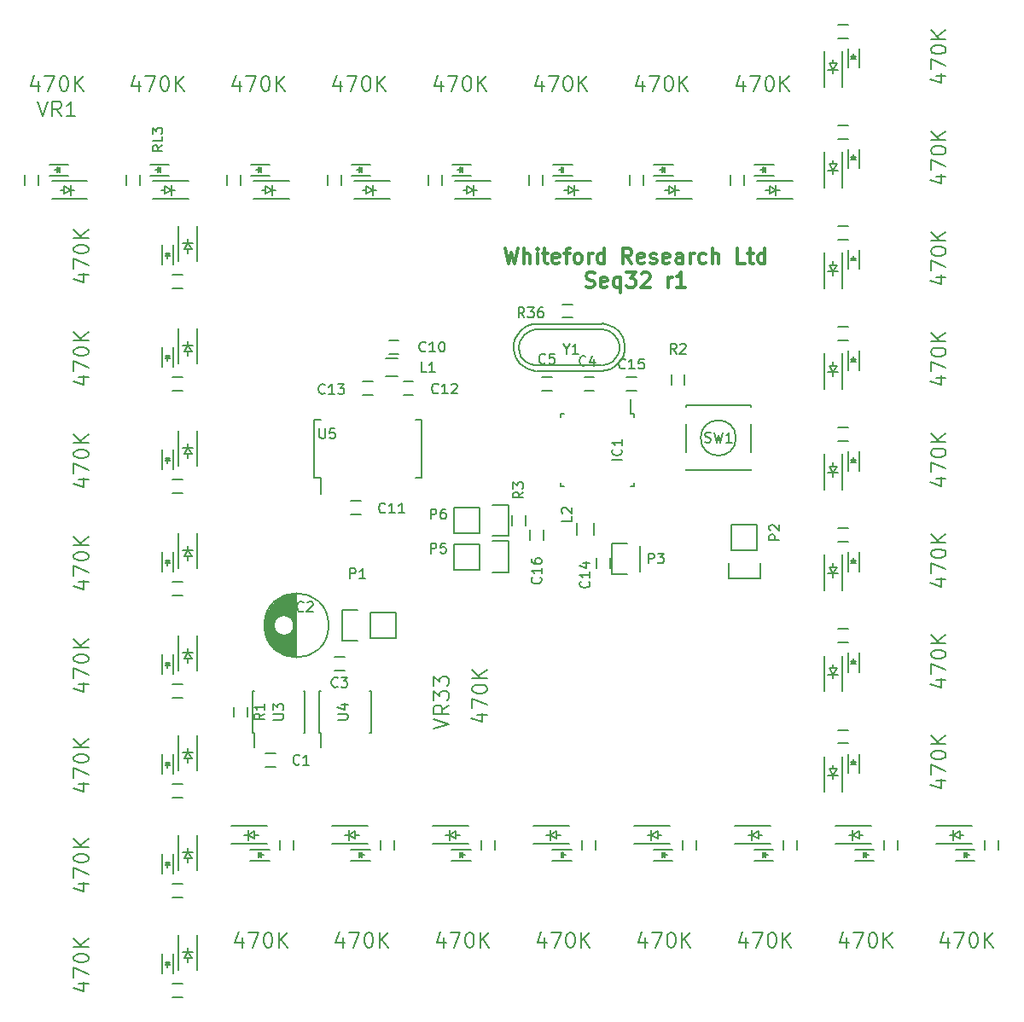
<source format=gto>
G04 #@! TF.FileFunction,Legend,Top*
%FSLAX46Y46*%
G04 Gerber Fmt 4.6, Leading zero omitted, Abs format (unit mm)*
G04 Created by KiCad (PCBNEW (2015-11-24 BZR 6329)-product) date Tue 26 Jan 2016 09:35:21 PM EST*
%MOMM*%
G01*
G04 APERTURE LIST*
%ADD10C,0.100000*%
%ADD11C,0.300000*%
%ADD12C,0.150000*%
G04 APERTURE END LIST*
D10*
D11*
X139435715Y-53778571D02*
X139792858Y-55278571D01*
X140078572Y-54207143D01*
X140364286Y-55278571D01*
X140721429Y-53778571D01*
X141292858Y-55278571D02*
X141292858Y-53778571D01*
X141935715Y-55278571D02*
X141935715Y-54492857D01*
X141864286Y-54350000D01*
X141721429Y-54278571D01*
X141507144Y-54278571D01*
X141364286Y-54350000D01*
X141292858Y-54421429D01*
X142650001Y-55278571D02*
X142650001Y-54278571D01*
X142650001Y-53778571D02*
X142578572Y-53850000D01*
X142650001Y-53921429D01*
X142721429Y-53850000D01*
X142650001Y-53778571D01*
X142650001Y-53921429D01*
X143150001Y-54278571D02*
X143721430Y-54278571D01*
X143364287Y-53778571D02*
X143364287Y-55064286D01*
X143435715Y-55207143D01*
X143578573Y-55278571D01*
X143721430Y-55278571D01*
X144792858Y-55207143D02*
X144650001Y-55278571D01*
X144364287Y-55278571D01*
X144221430Y-55207143D01*
X144150001Y-55064286D01*
X144150001Y-54492857D01*
X144221430Y-54350000D01*
X144364287Y-54278571D01*
X144650001Y-54278571D01*
X144792858Y-54350000D01*
X144864287Y-54492857D01*
X144864287Y-54635714D01*
X144150001Y-54778571D01*
X145292858Y-54278571D02*
X145864287Y-54278571D01*
X145507144Y-55278571D02*
X145507144Y-53992857D01*
X145578572Y-53850000D01*
X145721430Y-53778571D01*
X145864287Y-53778571D01*
X146578573Y-55278571D02*
X146435715Y-55207143D01*
X146364287Y-55135714D01*
X146292858Y-54992857D01*
X146292858Y-54564286D01*
X146364287Y-54421429D01*
X146435715Y-54350000D01*
X146578573Y-54278571D01*
X146792858Y-54278571D01*
X146935715Y-54350000D01*
X147007144Y-54421429D01*
X147078573Y-54564286D01*
X147078573Y-54992857D01*
X147007144Y-55135714D01*
X146935715Y-55207143D01*
X146792858Y-55278571D01*
X146578573Y-55278571D01*
X147721430Y-55278571D02*
X147721430Y-54278571D01*
X147721430Y-54564286D02*
X147792858Y-54421429D01*
X147864287Y-54350000D01*
X148007144Y-54278571D01*
X148150001Y-54278571D01*
X149292858Y-55278571D02*
X149292858Y-53778571D01*
X149292858Y-55207143D02*
X149150001Y-55278571D01*
X148864287Y-55278571D01*
X148721429Y-55207143D01*
X148650001Y-55135714D01*
X148578572Y-54992857D01*
X148578572Y-54564286D01*
X148650001Y-54421429D01*
X148721429Y-54350000D01*
X148864287Y-54278571D01*
X149150001Y-54278571D01*
X149292858Y-54350000D01*
X152007144Y-55278571D02*
X151507144Y-54564286D01*
X151150001Y-55278571D02*
X151150001Y-53778571D01*
X151721429Y-53778571D01*
X151864287Y-53850000D01*
X151935715Y-53921429D01*
X152007144Y-54064286D01*
X152007144Y-54278571D01*
X151935715Y-54421429D01*
X151864287Y-54492857D01*
X151721429Y-54564286D01*
X151150001Y-54564286D01*
X153221429Y-55207143D02*
X153078572Y-55278571D01*
X152792858Y-55278571D01*
X152650001Y-55207143D01*
X152578572Y-55064286D01*
X152578572Y-54492857D01*
X152650001Y-54350000D01*
X152792858Y-54278571D01*
X153078572Y-54278571D01*
X153221429Y-54350000D01*
X153292858Y-54492857D01*
X153292858Y-54635714D01*
X152578572Y-54778571D01*
X153864286Y-55207143D02*
X154007143Y-55278571D01*
X154292858Y-55278571D01*
X154435715Y-55207143D01*
X154507143Y-55064286D01*
X154507143Y-54992857D01*
X154435715Y-54850000D01*
X154292858Y-54778571D01*
X154078572Y-54778571D01*
X153935715Y-54707143D01*
X153864286Y-54564286D01*
X153864286Y-54492857D01*
X153935715Y-54350000D01*
X154078572Y-54278571D01*
X154292858Y-54278571D01*
X154435715Y-54350000D01*
X155721429Y-55207143D02*
X155578572Y-55278571D01*
X155292858Y-55278571D01*
X155150001Y-55207143D01*
X155078572Y-55064286D01*
X155078572Y-54492857D01*
X155150001Y-54350000D01*
X155292858Y-54278571D01*
X155578572Y-54278571D01*
X155721429Y-54350000D01*
X155792858Y-54492857D01*
X155792858Y-54635714D01*
X155078572Y-54778571D01*
X157078572Y-55278571D02*
X157078572Y-54492857D01*
X157007143Y-54350000D01*
X156864286Y-54278571D01*
X156578572Y-54278571D01*
X156435715Y-54350000D01*
X157078572Y-55207143D02*
X156935715Y-55278571D01*
X156578572Y-55278571D01*
X156435715Y-55207143D01*
X156364286Y-55064286D01*
X156364286Y-54921429D01*
X156435715Y-54778571D01*
X156578572Y-54707143D01*
X156935715Y-54707143D01*
X157078572Y-54635714D01*
X157792858Y-55278571D02*
X157792858Y-54278571D01*
X157792858Y-54564286D02*
X157864286Y-54421429D01*
X157935715Y-54350000D01*
X158078572Y-54278571D01*
X158221429Y-54278571D01*
X159364286Y-55207143D02*
X159221429Y-55278571D01*
X158935715Y-55278571D01*
X158792857Y-55207143D01*
X158721429Y-55135714D01*
X158650000Y-54992857D01*
X158650000Y-54564286D01*
X158721429Y-54421429D01*
X158792857Y-54350000D01*
X158935715Y-54278571D01*
X159221429Y-54278571D01*
X159364286Y-54350000D01*
X160007143Y-55278571D02*
X160007143Y-53778571D01*
X160650000Y-55278571D02*
X160650000Y-54492857D01*
X160578571Y-54350000D01*
X160435714Y-54278571D01*
X160221429Y-54278571D01*
X160078571Y-54350000D01*
X160007143Y-54421429D01*
X163221429Y-55278571D02*
X162507143Y-55278571D01*
X162507143Y-53778571D01*
X163507143Y-54278571D02*
X164078572Y-54278571D01*
X163721429Y-53778571D02*
X163721429Y-55064286D01*
X163792857Y-55207143D01*
X163935715Y-55278571D01*
X164078572Y-55278571D01*
X165221429Y-55278571D02*
X165221429Y-53778571D01*
X165221429Y-55207143D02*
X165078572Y-55278571D01*
X164792858Y-55278571D01*
X164650000Y-55207143D01*
X164578572Y-55135714D01*
X164507143Y-54992857D01*
X164507143Y-54564286D01*
X164578572Y-54421429D01*
X164650000Y-54350000D01*
X164792858Y-54278571D01*
X165078572Y-54278571D01*
X165221429Y-54350000D01*
X147471430Y-57607143D02*
X147685716Y-57678571D01*
X148042859Y-57678571D01*
X148185716Y-57607143D01*
X148257145Y-57535714D01*
X148328573Y-57392857D01*
X148328573Y-57250000D01*
X148257145Y-57107143D01*
X148185716Y-57035714D01*
X148042859Y-56964286D01*
X147757145Y-56892857D01*
X147614287Y-56821429D01*
X147542859Y-56750000D01*
X147471430Y-56607143D01*
X147471430Y-56464286D01*
X147542859Y-56321429D01*
X147614287Y-56250000D01*
X147757145Y-56178571D01*
X148114287Y-56178571D01*
X148328573Y-56250000D01*
X149542858Y-57607143D02*
X149400001Y-57678571D01*
X149114287Y-57678571D01*
X148971430Y-57607143D01*
X148900001Y-57464286D01*
X148900001Y-56892857D01*
X148971430Y-56750000D01*
X149114287Y-56678571D01*
X149400001Y-56678571D01*
X149542858Y-56750000D01*
X149614287Y-56892857D01*
X149614287Y-57035714D01*
X148900001Y-57178571D01*
X150900001Y-56678571D02*
X150900001Y-58178571D01*
X150900001Y-57607143D02*
X150757144Y-57678571D01*
X150471430Y-57678571D01*
X150328572Y-57607143D01*
X150257144Y-57535714D01*
X150185715Y-57392857D01*
X150185715Y-56964286D01*
X150257144Y-56821429D01*
X150328572Y-56750000D01*
X150471430Y-56678571D01*
X150757144Y-56678571D01*
X150900001Y-56750000D01*
X151471430Y-56178571D02*
X152400001Y-56178571D01*
X151900001Y-56750000D01*
X152114287Y-56750000D01*
X152257144Y-56821429D01*
X152328573Y-56892857D01*
X152400001Y-57035714D01*
X152400001Y-57392857D01*
X152328573Y-57535714D01*
X152257144Y-57607143D01*
X152114287Y-57678571D01*
X151685715Y-57678571D01*
X151542858Y-57607143D01*
X151471430Y-57535714D01*
X152971429Y-56321429D02*
X153042858Y-56250000D01*
X153185715Y-56178571D01*
X153542858Y-56178571D01*
X153685715Y-56250000D01*
X153757144Y-56321429D01*
X153828572Y-56464286D01*
X153828572Y-56607143D01*
X153757144Y-56821429D01*
X152900001Y-57678571D01*
X153828572Y-57678571D01*
X155614286Y-57678571D02*
X155614286Y-56678571D01*
X155614286Y-56964286D02*
X155685714Y-56821429D01*
X155757143Y-56750000D01*
X155900000Y-56678571D01*
X156042857Y-56678571D01*
X157328571Y-57678571D02*
X156471428Y-57678571D01*
X156900000Y-57678571D02*
X156900000Y-56178571D01*
X156757143Y-56392857D01*
X156614285Y-56535714D01*
X156471428Y-56607143D01*
D12*
X107964000Y-53861500D02*
X107964000Y-54242500D01*
X107964000Y-52845500D02*
X107964000Y-53226500D01*
X107964000Y-53226500D02*
X108345000Y-53861500D01*
X108345000Y-53861500D02*
X107583000Y-53861500D01*
X107583000Y-53861500D02*
X107964000Y-53226500D01*
X108472000Y-53226500D02*
X107456000Y-53226500D01*
X107064000Y-51544000D02*
X107064000Y-55084000D01*
X108864000Y-51544000D02*
X108864000Y-55084000D01*
X105414000Y-53444000D02*
X105414000Y-55344000D01*
X106514000Y-53444000D02*
X106514000Y-55344000D01*
X105964000Y-54344000D02*
X105964000Y-54794000D01*
X106214000Y-54294000D02*
X105714000Y-54294000D01*
X105964000Y-54294000D02*
X106214000Y-54544000D01*
X106214000Y-54544000D02*
X105714000Y-54544000D01*
X105714000Y-54544000D02*
X105964000Y-54294000D01*
X106464000Y-56369000D02*
X107464000Y-56369000D01*
X107464000Y-57719000D02*
X106464000Y-57719000D01*
X106464000Y-66529000D02*
X107464000Y-66529000D01*
X107464000Y-67879000D02*
X106464000Y-67879000D01*
X105414000Y-63604000D02*
X105414000Y-65504000D01*
X106514000Y-63604000D02*
X106514000Y-65504000D01*
X105964000Y-64504000D02*
X105964000Y-64954000D01*
X106214000Y-64454000D02*
X105714000Y-64454000D01*
X105964000Y-64454000D02*
X106214000Y-64704000D01*
X106214000Y-64704000D02*
X105714000Y-64704000D01*
X105714000Y-64704000D02*
X105964000Y-64454000D01*
X107964000Y-64021500D02*
X107964000Y-64402500D01*
X107964000Y-63005500D02*
X107964000Y-63386500D01*
X107964000Y-63386500D02*
X108345000Y-64021500D01*
X108345000Y-64021500D02*
X107583000Y-64021500D01*
X107583000Y-64021500D02*
X107964000Y-63386500D01*
X108472000Y-63386500D02*
X107456000Y-63386500D01*
X107064000Y-61704000D02*
X107064000Y-65244000D01*
X108864000Y-61704000D02*
X108864000Y-65244000D01*
X107964000Y-74181500D02*
X107964000Y-74562500D01*
X107964000Y-73165500D02*
X107964000Y-73546500D01*
X107964000Y-73546500D02*
X108345000Y-74181500D01*
X108345000Y-74181500D02*
X107583000Y-74181500D01*
X107583000Y-74181500D02*
X107964000Y-73546500D01*
X108472000Y-73546500D02*
X107456000Y-73546500D01*
X107064000Y-71864000D02*
X107064000Y-75404000D01*
X108864000Y-71864000D02*
X108864000Y-75404000D01*
X105414000Y-73764000D02*
X105414000Y-75664000D01*
X106514000Y-73764000D02*
X106514000Y-75664000D01*
X105964000Y-74664000D02*
X105964000Y-75114000D01*
X106214000Y-74614000D02*
X105714000Y-74614000D01*
X105964000Y-74614000D02*
X106214000Y-74864000D01*
X106214000Y-74864000D02*
X105714000Y-74864000D01*
X105714000Y-74864000D02*
X105964000Y-74614000D01*
X106464000Y-76689000D02*
X107464000Y-76689000D01*
X107464000Y-78039000D02*
X106464000Y-78039000D01*
X106464000Y-86849000D02*
X107464000Y-86849000D01*
X107464000Y-88199000D02*
X106464000Y-88199000D01*
X105414000Y-83924000D02*
X105414000Y-85824000D01*
X106514000Y-83924000D02*
X106514000Y-85824000D01*
X105964000Y-84824000D02*
X105964000Y-85274000D01*
X106214000Y-84774000D02*
X105714000Y-84774000D01*
X105964000Y-84774000D02*
X106214000Y-85024000D01*
X106214000Y-85024000D02*
X105714000Y-85024000D01*
X105714000Y-85024000D02*
X105964000Y-84774000D01*
X107964000Y-84341500D02*
X107964000Y-84722500D01*
X107964000Y-83325500D02*
X107964000Y-83706500D01*
X107964000Y-83706500D02*
X108345000Y-84341500D01*
X108345000Y-84341500D02*
X107583000Y-84341500D01*
X107583000Y-84341500D02*
X107964000Y-83706500D01*
X108472000Y-83706500D02*
X107456000Y-83706500D01*
X107064000Y-82024000D02*
X107064000Y-85564000D01*
X108864000Y-82024000D02*
X108864000Y-85564000D01*
X107964000Y-94501500D02*
X107964000Y-94882500D01*
X107964000Y-93485500D02*
X107964000Y-93866500D01*
X107964000Y-93866500D02*
X108345000Y-94501500D01*
X108345000Y-94501500D02*
X107583000Y-94501500D01*
X107583000Y-94501500D02*
X107964000Y-93866500D01*
X108472000Y-93866500D02*
X107456000Y-93866500D01*
X107064000Y-92184000D02*
X107064000Y-95724000D01*
X108864000Y-92184000D02*
X108864000Y-95724000D01*
X105414000Y-94084000D02*
X105414000Y-95984000D01*
X106514000Y-94084000D02*
X106514000Y-95984000D01*
X105964000Y-94984000D02*
X105964000Y-95434000D01*
X106214000Y-94934000D02*
X105714000Y-94934000D01*
X105964000Y-94934000D02*
X106214000Y-95184000D01*
X106214000Y-95184000D02*
X105714000Y-95184000D01*
X105714000Y-95184000D02*
X105964000Y-94934000D01*
X106464000Y-97009000D02*
X107464000Y-97009000D01*
X107464000Y-98359000D02*
X106464000Y-98359000D01*
X106464000Y-106915000D02*
X107464000Y-106915000D01*
X107464000Y-108265000D02*
X106464000Y-108265000D01*
X105414000Y-103990000D02*
X105414000Y-105890000D01*
X106514000Y-103990000D02*
X106514000Y-105890000D01*
X105964000Y-104890000D02*
X105964000Y-105340000D01*
X106214000Y-104840000D02*
X105714000Y-104840000D01*
X105964000Y-104840000D02*
X106214000Y-105090000D01*
X106214000Y-105090000D02*
X105714000Y-105090000D01*
X105714000Y-105090000D02*
X105964000Y-104840000D01*
X107964000Y-104407500D02*
X107964000Y-104788500D01*
X107964000Y-103391500D02*
X107964000Y-103772500D01*
X107964000Y-103772500D02*
X108345000Y-104407500D01*
X108345000Y-104407500D02*
X107583000Y-104407500D01*
X107583000Y-104407500D02*
X107964000Y-103772500D01*
X108472000Y-103772500D02*
X107456000Y-103772500D01*
X107064000Y-102090000D02*
X107064000Y-105630000D01*
X108864000Y-102090000D02*
X108864000Y-105630000D01*
X107964000Y-114313500D02*
X107964000Y-114694500D01*
X107964000Y-113297500D02*
X107964000Y-113678500D01*
X107964000Y-113678500D02*
X108345000Y-114313500D01*
X108345000Y-114313500D02*
X107583000Y-114313500D01*
X107583000Y-114313500D02*
X107964000Y-113678500D01*
X108472000Y-113678500D02*
X107456000Y-113678500D01*
X107064000Y-111996000D02*
X107064000Y-115536000D01*
X108864000Y-111996000D02*
X108864000Y-115536000D01*
X105414000Y-113896000D02*
X105414000Y-115796000D01*
X106514000Y-113896000D02*
X106514000Y-115796000D01*
X105964000Y-114796000D02*
X105964000Y-115246000D01*
X106214000Y-114746000D02*
X105714000Y-114746000D01*
X105964000Y-114746000D02*
X106214000Y-114996000D01*
X106214000Y-114996000D02*
X105714000Y-114996000D01*
X105714000Y-114996000D02*
X105964000Y-114746000D01*
X106464000Y-116821000D02*
X107464000Y-116821000D01*
X107464000Y-118171000D02*
X106464000Y-118171000D01*
X106464000Y-126727000D02*
X107464000Y-126727000D01*
X107464000Y-128077000D02*
X106464000Y-128077000D01*
X105414000Y-123802000D02*
X105414000Y-125702000D01*
X106514000Y-123802000D02*
X106514000Y-125702000D01*
X105964000Y-124702000D02*
X105964000Y-125152000D01*
X106214000Y-124652000D02*
X105714000Y-124652000D01*
X105964000Y-124652000D02*
X106214000Y-124902000D01*
X106214000Y-124902000D02*
X105714000Y-124902000D01*
X105714000Y-124902000D02*
X105964000Y-124652000D01*
X107964000Y-124219500D02*
X107964000Y-124600500D01*
X107964000Y-123203500D02*
X107964000Y-123584500D01*
X107964000Y-123584500D02*
X108345000Y-124219500D01*
X108345000Y-124219500D02*
X107583000Y-124219500D01*
X107583000Y-124219500D02*
X107964000Y-123584500D01*
X108472000Y-123584500D02*
X107456000Y-123584500D01*
X107064000Y-121902000D02*
X107064000Y-125442000D01*
X108864000Y-121902000D02*
X108864000Y-125442000D01*
X114567500Y-112000000D02*
X114948500Y-112000000D01*
X113551500Y-112000000D02*
X113932500Y-112000000D01*
X113932500Y-112000000D02*
X114567500Y-111619000D01*
X114567500Y-111619000D02*
X114567500Y-112381000D01*
X114567500Y-112381000D02*
X113932500Y-112000000D01*
X113932500Y-111492000D02*
X113932500Y-112508000D01*
X112250000Y-112900000D02*
X115790000Y-112900000D01*
X112250000Y-111100000D02*
X115790000Y-111100000D01*
X114150000Y-114550000D02*
X116050000Y-114550000D01*
X114150000Y-113450000D02*
X116050000Y-113450000D01*
X115050000Y-114000000D02*
X115500000Y-114000000D01*
X115000000Y-113750000D02*
X115000000Y-114250000D01*
X115000000Y-114000000D02*
X115250000Y-113750000D01*
X115250000Y-113750000D02*
X115250000Y-114250000D01*
X115250000Y-114250000D02*
X115000000Y-114000000D01*
X117075000Y-113500000D02*
X117075000Y-112500000D01*
X118425000Y-112500000D02*
X118425000Y-113500000D01*
X127075000Y-113500000D02*
X127075000Y-112500000D01*
X128425000Y-112500000D02*
X128425000Y-113500000D01*
X124150000Y-114550000D02*
X126050000Y-114550000D01*
X124150000Y-113450000D02*
X126050000Y-113450000D01*
X125050000Y-114000000D02*
X125500000Y-114000000D01*
X125000000Y-113750000D02*
X125000000Y-114250000D01*
X125000000Y-114000000D02*
X125250000Y-113750000D01*
X125250000Y-113750000D02*
X125250000Y-114250000D01*
X125250000Y-114250000D02*
X125000000Y-114000000D01*
X124567500Y-112000000D02*
X124948500Y-112000000D01*
X123551500Y-112000000D02*
X123932500Y-112000000D01*
X123932500Y-112000000D02*
X124567500Y-111619000D01*
X124567500Y-111619000D02*
X124567500Y-112381000D01*
X124567500Y-112381000D02*
X123932500Y-112000000D01*
X123932500Y-111492000D02*
X123932500Y-112508000D01*
X122250000Y-112900000D02*
X125790000Y-112900000D01*
X122250000Y-111100000D02*
X125790000Y-111100000D01*
X134567500Y-112000000D02*
X134948500Y-112000000D01*
X133551500Y-112000000D02*
X133932500Y-112000000D01*
X133932500Y-112000000D02*
X134567500Y-111619000D01*
X134567500Y-111619000D02*
X134567500Y-112381000D01*
X134567500Y-112381000D02*
X133932500Y-112000000D01*
X133932500Y-111492000D02*
X133932500Y-112508000D01*
X132250000Y-112900000D02*
X135790000Y-112900000D01*
X132250000Y-111100000D02*
X135790000Y-111100000D01*
X134150000Y-114550000D02*
X136050000Y-114550000D01*
X134150000Y-113450000D02*
X136050000Y-113450000D01*
X135050000Y-114000000D02*
X135500000Y-114000000D01*
X135000000Y-113750000D02*
X135000000Y-114250000D01*
X135000000Y-114000000D02*
X135250000Y-113750000D01*
X135250000Y-113750000D02*
X135250000Y-114250000D01*
X135250000Y-114250000D02*
X135000000Y-114000000D01*
X137075000Y-113500000D02*
X137075000Y-112500000D01*
X138425000Y-112500000D02*
X138425000Y-113500000D01*
X147075000Y-113500000D02*
X147075000Y-112500000D01*
X148425000Y-112500000D02*
X148425000Y-113500000D01*
X144150000Y-114550000D02*
X146050000Y-114550000D01*
X144150000Y-113450000D02*
X146050000Y-113450000D01*
X145050000Y-114000000D02*
X145500000Y-114000000D01*
X145000000Y-113750000D02*
X145000000Y-114250000D01*
X145000000Y-114000000D02*
X145250000Y-113750000D01*
X145250000Y-113750000D02*
X145250000Y-114250000D01*
X145250000Y-114250000D02*
X145000000Y-114000000D01*
X144567500Y-112000000D02*
X144948500Y-112000000D01*
X143551500Y-112000000D02*
X143932500Y-112000000D01*
X143932500Y-112000000D02*
X144567500Y-111619000D01*
X144567500Y-111619000D02*
X144567500Y-112381000D01*
X144567500Y-112381000D02*
X143932500Y-112000000D01*
X143932500Y-111492000D02*
X143932500Y-112508000D01*
X142250000Y-112900000D02*
X145790000Y-112900000D01*
X142250000Y-111100000D02*
X145790000Y-111100000D01*
X154567500Y-112000000D02*
X154948500Y-112000000D01*
X153551500Y-112000000D02*
X153932500Y-112000000D01*
X153932500Y-112000000D02*
X154567500Y-111619000D01*
X154567500Y-111619000D02*
X154567500Y-112381000D01*
X154567500Y-112381000D02*
X153932500Y-112000000D01*
X153932500Y-111492000D02*
X153932500Y-112508000D01*
X152250000Y-112900000D02*
X155790000Y-112900000D01*
X152250000Y-111100000D02*
X155790000Y-111100000D01*
X154150000Y-114550000D02*
X156050000Y-114550000D01*
X154150000Y-113450000D02*
X156050000Y-113450000D01*
X155050000Y-114000000D02*
X155500000Y-114000000D01*
X155000000Y-113750000D02*
X155000000Y-114250000D01*
X155000000Y-114000000D02*
X155250000Y-113750000D01*
X155250000Y-113750000D02*
X155250000Y-114250000D01*
X155250000Y-114250000D02*
X155000000Y-114000000D01*
X157075000Y-113500000D02*
X157075000Y-112500000D01*
X158425000Y-112500000D02*
X158425000Y-113500000D01*
X167075000Y-113500000D02*
X167075000Y-112500000D01*
X168425000Y-112500000D02*
X168425000Y-113500000D01*
X164150000Y-114550000D02*
X166050000Y-114550000D01*
X164150000Y-113450000D02*
X166050000Y-113450000D01*
X165050000Y-114000000D02*
X165500000Y-114000000D01*
X165000000Y-113750000D02*
X165000000Y-114250000D01*
X165000000Y-114000000D02*
X165250000Y-113750000D01*
X165250000Y-113750000D02*
X165250000Y-114250000D01*
X165250000Y-114250000D02*
X165000000Y-114000000D01*
X164567500Y-112000000D02*
X164948500Y-112000000D01*
X163551500Y-112000000D02*
X163932500Y-112000000D01*
X163932500Y-112000000D02*
X164567500Y-111619000D01*
X164567500Y-111619000D02*
X164567500Y-112381000D01*
X164567500Y-112381000D02*
X163932500Y-112000000D01*
X163932500Y-111492000D02*
X163932500Y-112508000D01*
X162250000Y-112900000D02*
X165790000Y-112900000D01*
X162250000Y-111100000D02*
X165790000Y-111100000D01*
X174567500Y-112000000D02*
X174948500Y-112000000D01*
X173551500Y-112000000D02*
X173932500Y-112000000D01*
X173932500Y-112000000D02*
X174567500Y-111619000D01*
X174567500Y-111619000D02*
X174567500Y-112381000D01*
X174567500Y-112381000D02*
X173932500Y-112000000D01*
X173932500Y-111492000D02*
X173932500Y-112508000D01*
X172250000Y-112900000D02*
X175790000Y-112900000D01*
X172250000Y-111100000D02*
X175790000Y-111100000D01*
X174150000Y-114550000D02*
X176050000Y-114550000D01*
X174150000Y-113450000D02*
X176050000Y-113450000D01*
X175050000Y-114000000D02*
X175500000Y-114000000D01*
X175000000Y-113750000D02*
X175000000Y-114250000D01*
X175000000Y-114000000D02*
X175250000Y-113750000D01*
X175250000Y-113750000D02*
X175250000Y-114250000D01*
X175250000Y-114250000D02*
X175000000Y-114000000D01*
X177075000Y-113500000D02*
X177075000Y-112500000D01*
X178425000Y-112500000D02*
X178425000Y-113500000D01*
X187075000Y-113500000D02*
X187075000Y-112500000D01*
X188425000Y-112500000D02*
X188425000Y-113500000D01*
X184150000Y-114550000D02*
X186050000Y-114550000D01*
X184150000Y-113450000D02*
X186050000Y-113450000D01*
X185050000Y-114000000D02*
X185500000Y-114000000D01*
X185000000Y-113750000D02*
X185000000Y-114250000D01*
X185000000Y-114000000D02*
X185250000Y-113750000D01*
X185250000Y-113750000D02*
X185250000Y-114250000D01*
X185250000Y-114250000D02*
X185000000Y-114000000D01*
X184567500Y-112000000D02*
X184948500Y-112000000D01*
X183551500Y-112000000D02*
X183932500Y-112000000D01*
X183932500Y-112000000D02*
X184567500Y-111619000D01*
X184567500Y-111619000D02*
X184567500Y-112381000D01*
X184567500Y-112381000D02*
X183932500Y-112000000D01*
X183932500Y-111492000D02*
X183932500Y-112508000D01*
X182250000Y-112900000D02*
X185790000Y-112900000D01*
X182250000Y-111100000D02*
X185790000Y-111100000D01*
X172000000Y-105432500D02*
X172000000Y-105051500D01*
X172000000Y-106448500D02*
X172000000Y-106067500D01*
X172000000Y-106067500D02*
X171619000Y-105432500D01*
X171619000Y-105432500D02*
X172381000Y-105432500D01*
X172381000Y-105432500D02*
X172000000Y-106067500D01*
X171492000Y-106067500D02*
X172508000Y-106067500D01*
X172900000Y-107750000D02*
X172900000Y-104210000D01*
X171100000Y-107750000D02*
X171100000Y-104210000D01*
X174550000Y-105850000D02*
X174550000Y-103950000D01*
X173450000Y-105850000D02*
X173450000Y-103950000D01*
X174000000Y-104950000D02*
X174000000Y-104500000D01*
X173750000Y-105000000D02*
X174250000Y-105000000D01*
X174000000Y-105000000D02*
X173750000Y-104750000D01*
X173750000Y-104750000D02*
X174250000Y-104750000D01*
X174250000Y-104750000D02*
X174000000Y-105000000D01*
X173500000Y-102925000D02*
X172500000Y-102925000D01*
X172500000Y-101575000D02*
X173500000Y-101575000D01*
X173500000Y-92925000D02*
X172500000Y-92925000D01*
X172500000Y-91575000D02*
X173500000Y-91575000D01*
X174550000Y-95850000D02*
X174550000Y-93950000D01*
X173450000Y-95850000D02*
X173450000Y-93950000D01*
X174000000Y-94950000D02*
X174000000Y-94500000D01*
X173750000Y-95000000D02*
X174250000Y-95000000D01*
X174000000Y-95000000D02*
X173750000Y-94750000D01*
X173750000Y-94750000D02*
X174250000Y-94750000D01*
X174250000Y-94750000D02*
X174000000Y-95000000D01*
X172000000Y-95432500D02*
X172000000Y-95051500D01*
X172000000Y-96448500D02*
X172000000Y-96067500D01*
X172000000Y-96067500D02*
X171619000Y-95432500D01*
X171619000Y-95432500D02*
X172381000Y-95432500D01*
X172381000Y-95432500D02*
X172000000Y-96067500D01*
X171492000Y-96067500D02*
X172508000Y-96067500D01*
X172900000Y-97750000D02*
X172900000Y-94210000D01*
X171100000Y-97750000D02*
X171100000Y-94210000D01*
X172000000Y-85432500D02*
X172000000Y-85051500D01*
X172000000Y-86448500D02*
X172000000Y-86067500D01*
X172000000Y-86067500D02*
X171619000Y-85432500D01*
X171619000Y-85432500D02*
X172381000Y-85432500D01*
X172381000Y-85432500D02*
X172000000Y-86067500D01*
X171492000Y-86067500D02*
X172508000Y-86067500D01*
X172900000Y-87750000D02*
X172900000Y-84210000D01*
X171100000Y-87750000D02*
X171100000Y-84210000D01*
X174550000Y-85850000D02*
X174550000Y-83950000D01*
X173450000Y-85850000D02*
X173450000Y-83950000D01*
X174000000Y-84950000D02*
X174000000Y-84500000D01*
X173750000Y-85000000D02*
X174250000Y-85000000D01*
X174000000Y-85000000D02*
X173750000Y-84750000D01*
X173750000Y-84750000D02*
X174250000Y-84750000D01*
X174250000Y-84750000D02*
X174000000Y-85000000D01*
X173500000Y-82925000D02*
X172500000Y-82925000D01*
X172500000Y-81575000D02*
X173500000Y-81575000D01*
X173500000Y-72925000D02*
X172500000Y-72925000D01*
X172500000Y-71575000D02*
X173500000Y-71575000D01*
X174550000Y-75850000D02*
X174550000Y-73950000D01*
X173450000Y-75850000D02*
X173450000Y-73950000D01*
X174000000Y-74950000D02*
X174000000Y-74500000D01*
X173750000Y-75000000D02*
X174250000Y-75000000D01*
X174000000Y-75000000D02*
X173750000Y-74750000D01*
X173750000Y-74750000D02*
X174250000Y-74750000D01*
X174250000Y-74750000D02*
X174000000Y-75000000D01*
X172000000Y-75432500D02*
X172000000Y-75051500D01*
X172000000Y-76448500D02*
X172000000Y-76067500D01*
X172000000Y-76067500D02*
X171619000Y-75432500D01*
X171619000Y-75432500D02*
X172381000Y-75432500D01*
X172381000Y-75432500D02*
X172000000Y-76067500D01*
X171492000Y-76067500D02*
X172508000Y-76067500D01*
X172900000Y-77750000D02*
X172900000Y-74210000D01*
X171100000Y-77750000D02*
X171100000Y-74210000D01*
X172000000Y-65432500D02*
X172000000Y-65051500D01*
X172000000Y-66448500D02*
X172000000Y-66067500D01*
X172000000Y-66067500D02*
X171619000Y-65432500D01*
X171619000Y-65432500D02*
X172381000Y-65432500D01*
X172381000Y-65432500D02*
X172000000Y-66067500D01*
X171492000Y-66067500D02*
X172508000Y-66067500D01*
X172900000Y-67750000D02*
X172900000Y-64210000D01*
X171100000Y-67750000D02*
X171100000Y-64210000D01*
X174550000Y-65850000D02*
X174550000Y-63950000D01*
X173450000Y-65850000D02*
X173450000Y-63950000D01*
X174000000Y-64950000D02*
X174000000Y-64500000D01*
X173750000Y-65000000D02*
X174250000Y-65000000D01*
X174000000Y-65000000D02*
X173750000Y-64750000D01*
X173750000Y-64750000D02*
X174250000Y-64750000D01*
X174250000Y-64750000D02*
X174000000Y-65000000D01*
X173500000Y-62925000D02*
X172500000Y-62925000D01*
X172500000Y-61575000D02*
X173500000Y-61575000D01*
X173500000Y-52925000D02*
X172500000Y-52925000D01*
X172500000Y-51575000D02*
X173500000Y-51575000D01*
X174550000Y-55850000D02*
X174550000Y-53950000D01*
X173450000Y-55850000D02*
X173450000Y-53950000D01*
X174000000Y-54950000D02*
X174000000Y-54500000D01*
X173750000Y-55000000D02*
X174250000Y-55000000D01*
X174000000Y-55000000D02*
X173750000Y-54750000D01*
X173750000Y-54750000D02*
X174250000Y-54750000D01*
X174250000Y-54750000D02*
X174000000Y-55000000D01*
X172000000Y-55432500D02*
X172000000Y-55051500D01*
X172000000Y-56448500D02*
X172000000Y-56067500D01*
X172000000Y-56067500D02*
X171619000Y-55432500D01*
X171619000Y-55432500D02*
X172381000Y-55432500D01*
X172381000Y-55432500D02*
X172000000Y-56067500D01*
X171492000Y-56067500D02*
X172508000Y-56067500D01*
X172900000Y-57750000D02*
X172900000Y-54210000D01*
X171100000Y-57750000D02*
X171100000Y-54210000D01*
X172000000Y-45432500D02*
X172000000Y-45051500D01*
X172000000Y-46448500D02*
X172000000Y-46067500D01*
X172000000Y-46067500D02*
X171619000Y-45432500D01*
X171619000Y-45432500D02*
X172381000Y-45432500D01*
X172381000Y-45432500D02*
X172000000Y-46067500D01*
X171492000Y-46067500D02*
X172508000Y-46067500D01*
X172900000Y-47750000D02*
X172900000Y-44210000D01*
X171100000Y-47750000D02*
X171100000Y-44210000D01*
X174550000Y-45850000D02*
X174550000Y-43950000D01*
X173450000Y-45850000D02*
X173450000Y-43950000D01*
X174000000Y-44950000D02*
X174000000Y-44500000D01*
X173750000Y-45000000D02*
X174250000Y-45000000D01*
X174000000Y-45000000D02*
X173750000Y-44750000D01*
X173750000Y-44750000D02*
X174250000Y-44750000D01*
X174250000Y-44750000D02*
X174000000Y-45000000D01*
X173500000Y-42925000D02*
X172500000Y-42925000D01*
X172500000Y-41575000D02*
X173500000Y-41575000D01*
X173500000Y-32925000D02*
X172500000Y-32925000D01*
X172500000Y-31575000D02*
X173500000Y-31575000D01*
X174550000Y-35850000D02*
X174550000Y-33950000D01*
X173450000Y-35850000D02*
X173450000Y-33950000D01*
X174000000Y-34950000D02*
X174000000Y-34500000D01*
X173750000Y-35000000D02*
X174250000Y-35000000D01*
X174000000Y-35000000D02*
X173750000Y-34750000D01*
X173750000Y-34750000D02*
X174250000Y-34750000D01*
X174250000Y-34750000D02*
X174000000Y-35000000D01*
X172000000Y-35432500D02*
X172000000Y-35051500D01*
X172000000Y-36448500D02*
X172000000Y-36067500D01*
X172000000Y-36067500D02*
X171619000Y-35432500D01*
X171619000Y-35432500D02*
X172381000Y-35432500D01*
X172381000Y-35432500D02*
X172000000Y-36067500D01*
X171492000Y-36067500D02*
X172508000Y-36067500D01*
X172900000Y-37750000D02*
X172900000Y-34210000D01*
X171100000Y-37750000D02*
X171100000Y-34210000D01*
X165682500Y-48000000D02*
X165301500Y-48000000D01*
X166698500Y-48000000D02*
X166317500Y-48000000D01*
X166317500Y-48000000D02*
X165682500Y-48381000D01*
X165682500Y-48381000D02*
X165682500Y-47619000D01*
X165682500Y-47619000D02*
X166317500Y-48000000D01*
X166317500Y-48508000D02*
X166317500Y-47492000D01*
X168000000Y-47100000D02*
X164460000Y-47100000D01*
X168000000Y-48900000D02*
X164460000Y-48900000D01*
X166100000Y-45450000D02*
X164200000Y-45450000D01*
X166100000Y-46550000D02*
X164200000Y-46550000D01*
X165200000Y-46000000D02*
X164750000Y-46000000D01*
X165250000Y-46250000D02*
X165250000Y-45750000D01*
X165250000Y-46000000D02*
X165000000Y-46250000D01*
X165000000Y-46250000D02*
X165000000Y-45750000D01*
X165000000Y-45750000D02*
X165250000Y-46000000D01*
X163175000Y-46500000D02*
X163175000Y-47500000D01*
X161825000Y-47500000D02*
X161825000Y-46500000D01*
X153175000Y-46500000D02*
X153175000Y-47500000D01*
X151825000Y-47500000D02*
X151825000Y-46500000D01*
X156100000Y-45450000D02*
X154200000Y-45450000D01*
X156100000Y-46550000D02*
X154200000Y-46550000D01*
X155200000Y-46000000D02*
X154750000Y-46000000D01*
X155250000Y-46250000D02*
X155250000Y-45750000D01*
X155250000Y-46000000D02*
X155000000Y-46250000D01*
X155000000Y-46250000D02*
X155000000Y-45750000D01*
X155000000Y-45750000D02*
X155250000Y-46000000D01*
X155682500Y-48000000D02*
X155301500Y-48000000D01*
X156698500Y-48000000D02*
X156317500Y-48000000D01*
X156317500Y-48000000D02*
X155682500Y-48381000D01*
X155682500Y-48381000D02*
X155682500Y-47619000D01*
X155682500Y-47619000D02*
X156317500Y-48000000D01*
X156317500Y-48508000D02*
X156317500Y-47492000D01*
X158000000Y-47100000D02*
X154460000Y-47100000D01*
X158000000Y-48900000D02*
X154460000Y-48900000D01*
X164750000Y-86550000D02*
X164750000Y-85000000D01*
X164470000Y-81190000D02*
X164470000Y-83730000D01*
X164470000Y-83730000D02*
X161930000Y-83730000D01*
X161650000Y-85000000D02*
X161650000Y-86550000D01*
X161650000Y-86550000D02*
X164750000Y-86550000D01*
X161930000Y-83730000D02*
X161930000Y-81190000D01*
X161930000Y-81190000D02*
X164470000Y-81190000D01*
X120525000Y-76525000D02*
X121175000Y-76525000D01*
X120525000Y-70775000D02*
X121175000Y-70775000D01*
X131175000Y-70775000D02*
X130525000Y-70775000D01*
X131175000Y-76525000D02*
X130525000Y-76525000D01*
X120525000Y-76525000D02*
X120525000Y-70775000D01*
X131175000Y-76525000D02*
X131175000Y-70775000D01*
X121175000Y-76525000D02*
X121175000Y-78125000D01*
X152225000Y-70175000D02*
X151900000Y-70175000D01*
X152225000Y-77425000D02*
X151900000Y-77425000D01*
X144975000Y-77425000D02*
X145300000Y-77425000D01*
X144975000Y-70175000D02*
X145300000Y-70175000D01*
X152225000Y-70175000D02*
X152225000Y-70500000D01*
X144975000Y-70175000D02*
X144975000Y-70500000D01*
X144975000Y-77425000D02*
X144975000Y-77100000D01*
X152225000Y-77425000D02*
X152225000Y-77100000D01*
X151900000Y-70175000D02*
X151900000Y-68750000D01*
X118675000Y-94349000D02*
X118675000Y-88051000D01*
X118535000Y-94343000D02*
X118535000Y-88057000D01*
X118395000Y-94330000D02*
X118395000Y-91646000D01*
X118395000Y-90754000D02*
X118395000Y-88070000D01*
X118255000Y-94311000D02*
X118255000Y-91856000D01*
X118255000Y-90544000D02*
X118255000Y-88089000D01*
X118115000Y-94285000D02*
X118115000Y-91989000D01*
X118115000Y-90411000D02*
X118115000Y-88115000D01*
X117975000Y-94253000D02*
X117975000Y-92080000D01*
X117975000Y-90320000D02*
X117975000Y-88147000D01*
X117835000Y-94214000D02*
X117835000Y-92142000D01*
X117835000Y-90258000D02*
X117835000Y-88186000D01*
X117695000Y-94168000D02*
X117695000Y-92181000D01*
X117695000Y-90219000D02*
X117695000Y-88232000D01*
X117555000Y-94115000D02*
X117555000Y-92198000D01*
X117555000Y-90202000D02*
X117555000Y-88285000D01*
X117415000Y-94053000D02*
X117415000Y-92196000D01*
X117415000Y-90204000D02*
X117415000Y-88347000D01*
X117275000Y-93983000D02*
X117275000Y-92174000D01*
X117275000Y-90226000D02*
X117275000Y-88417000D01*
X117135000Y-93904000D02*
X117135000Y-92131000D01*
X117135000Y-90269000D02*
X117135000Y-88496000D01*
X116995000Y-93816000D02*
X116995000Y-92063000D01*
X116995000Y-90337000D02*
X116995000Y-88584000D01*
X116855000Y-93716000D02*
X116855000Y-91964000D01*
X116855000Y-90436000D02*
X116855000Y-88684000D01*
X116715000Y-93604000D02*
X116715000Y-91819000D01*
X116715000Y-90581000D02*
X116715000Y-88796000D01*
X116575000Y-93479000D02*
X116575000Y-91580000D01*
X116575000Y-90820000D02*
X116575000Y-88921000D01*
X116435000Y-93336000D02*
X116435000Y-89064000D01*
X116295000Y-93174000D02*
X116295000Y-89226000D01*
X116155000Y-92986000D02*
X116155000Y-89414000D01*
X116015000Y-92763000D02*
X116015000Y-89637000D01*
X115875000Y-92487000D02*
X115875000Y-89913000D01*
X115735000Y-92112000D02*
X115735000Y-90288000D01*
X118500000Y-91200000D02*
G75*
G03X118500000Y-91200000I-1000000J0D01*
G01*
X121937500Y-91200000D02*
G75*
G03X121937500Y-91200000I-3187500J0D01*
G01*
X148275000Y-81000000D02*
X148275000Y-82200000D01*
X146525000Y-82200000D02*
X146525000Y-81000000D01*
X123250000Y-92750000D02*
X124800000Y-92750000D01*
X128610000Y-92470000D02*
X126070000Y-92470000D01*
X126070000Y-92470000D02*
X126070000Y-89930000D01*
X124800000Y-89650000D02*
X123250000Y-89650000D01*
X123250000Y-89650000D02*
X123250000Y-92750000D01*
X126070000Y-89930000D02*
X128610000Y-89930000D01*
X128610000Y-89930000D02*
X128610000Y-92470000D01*
X152870000Y-85870000D02*
X152870000Y-83330000D01*
X150050000Y-83050000D02*
X151600000Y-83050000D01*
X150050000Y-83050000D02*
X150050000Y-86150000D01*
X150050000Y-86150000D02*
X151600000Y-86150000D01*
X139750000Y-82850000D02*
X138200000Y-82850000D01*
X134390000Y-83130000D02*
X136930000Y-83130000D01*
X136930000Y-83130000D02*
X136930000Y-85670000D01*
X138200000Y-85950000D02*
X139750000Y-85950000D01*
X139750000Y-85950000D02*
X139750000Y-82850000D01*
X136930000Y-85670000D02*
X134390000Y-85670000D01*
X134390000Y-85670000D02*
X134390000Y-83130000D01*
X139750000Y-79250000D02*
X138200000Y-79250000D01*
X134390000Y-79530000D02*
X136930000Y-79530000D01*
X136930000Y-79530000D02*
X136930000Y-82070000D01*
X138200000Y-82350000D02*
X139750000Y-82350000D01*
X139750000Y-82350000D02*
X139750000Y-79250000D01*
X136930000Y-82070000D02*
X134390000Y-82070000D01*
X134390000Y-82070000D02*
X134390000Y-79530000D01*
X162350714Y-72600000D02*
G75*
G03X162350714Y-72600000I-1750714J0D01*
G01*
X163825000Y-69375000D02*
X163825000Y-69500000D01*
X163825000Y-75825000D02*
X163825000Y-75700000D01*
X157375000Y-75825000D02*
X157375000Y-75700000D01*
X157375000Y-69500000D02*
X157375000Y-69375000D01*
X163825000Y-71200000D02*
X163825000Y-74000000D01*
X157375000Y-69375000D02*
X163825000Y-69375000D01*
X157375000Y-71200000D02*
X157375000Y-74000000D01*
X157375000Y-75825000D02*
X163825000Y-75825000D01*
X114425000Y-101875000D02*
X114570000Y-101875000D01*
X114425000Y-97725000D02*
X114570000Y-97725000D01*
X119575000Y-97725000D02*
X119430000Y-97725000D01*
X119575000Y-101875000D02*
X119430000Y-101875000D01*
X114425000Y-101875000D02*
X114425000Y-97725000D01*
X119575000Y-101875000D02*
X119575000Y-97725000D01*
X114570000Y-101875000D02*
X114570000Y-103275000D01*
X121025000Y-101875000D02*
X121170000Y-101875000D01*
X121025000Y-97725000D02*
X121170000Y-97725000D01*
X126175000Y-97725000D02*
X126030000Y-97725000D01*
X126175000Y-101875000D02*
X126030000Y-101875000D01*
X121025000Y-101875000D02*
X121025000Y-97725000D01*
X126175000Y-101875000D02*
X126175000Y-97725000D01*
X121170000Y-101875000D02*
X121170000Y-103275000D01*
X141101000Y-64600760D02*
X140900340Y-64199440D01*
X140900340Y-64199440D02*
X140798740Y-63600000D01*
X140798740Y-63600000D02*
X140900340Y-63099620D01*
X140900340Y-63099620D02*
X141299120Y-62401120D01*
X141299120Y-62401120D02*
X141901100Y-61999800D01*
X141901100Y-61999800D02*
X142500540Y-61799140D01*
X142500540Y-61799140D02*
X149099460Y-61799140D01*
X149099460Y-61799140D02*
X149800500Y-61999800D01*
X149800500Y-61999800D02*
X150199280Y-62299520D01*
X150199280Y-62299520D02*
X150600600Y-62799900D01*
X150600600Y-62799900D02*
X150801260Y-63399340D01*
X150801260Y-63399340D02*
X150801260Y-63899720D01*
X150801260Y-63899720D02*
X150600600Y-64400100D01*
X150600600Y-64400100D02*
X150100220Y-64999540D01*
X150100220Y-64999540D02*
X149599840Y-65299260D01*
X149599840Y-65299260D02*
X149099460Y-65400860D01*
X149000400Y-65400860D02*
X142398940Y-65400860D01*
X142398940Y-65400860D02*
X142000160Y-65299260D01*
X142000160Y-65299260D02*
X141499780Y-64999540D01*
X141499780Y-64999540D02*
X140999400Y-64499160D01*
X148990240Y-65929180D02*
X149449980Y-65880920D01*
X149449980Y-65880920D02*
X149848760Y-65769160D01*
X149848760Y-65769160D02*
X150280560Y-65550720D01*
X150280560Y-65550720D02*
X150570120Y-65319580D01*
X150570120Y-65319580D02*
X150900320Y-64969060D01*
X150900320Y-64969060D02*
X151189880Y-64430580D01*
X151189880Y-64430580D02*
X151319420Y-63831140D01*
X151319420Y-63831140D02*
X151319420Y-63320600D01*
X151319420Y-63320600D02*
X151149240Y-62619560D01*
X151149240Y-62619560D02*
X150750460Y-62030280D01*
X150750460Y-62030280D02*
X150290720Y-61659440D01*
X150290720Y-61659440D02*
X149869080Y-61451160D01*
X149869080Y-61451160D02*
X149419500Y-61291140D01*
X149419500Y-61291140D02*
X148980080Y-61260660D01*
X141639480Y-61479100D02*
X141261020Y-61700080D01*
X141261020Y-61700080D02*
X140940980Y-61979480D01*
X140940980Y-61979480D02*
X140689520Y-62309680D01*
X140689520Y-62309680D02*
X140389800Y-62860860D01*
X140389800Y-62860860D02*
X140280580Y-63330760D01*
X140280580Y-63330760D02*
X140260260Y-63790500D01*
X140260260Y-63790500D02*
X140349160Y-64250240D01*
X140349160Y-64250240D02*
X140539660Y-64699820D01*
X140539660Y-64699820D02*
X140900340Y-65169720D01*
X140900340Y-65169720D02*
X141250860Y-65489760D01*
X141250860Y-65489760D02*
X141639480Y-65720900D01*
X141639480Y-65720900D02*
X142068740Y-65860600D01*
X142068740Y-65860600D02*
X142510700Y-65929180D01*
X149000400Y-61270820D02*
X142548800Y-61270820D01*
X142548800Y-61270820D02*
X142129700Y-61308920D01*
X142129700Y-61308920D02*
X141639480Y-61479100D01*
X149000400Y-65929180D02*
X142548800Y-65929180D01*
X115700000Y-103925000D02*
X116700000Y-103925000D01*
X116700000Y-105275000D02*
X115700000Y-105275000D01*
X122500000Y-94325000D02*
X123500000Y-94325000D01*
X123500000Y-95675000D02*
X122500000Y-95675000D01*
X147300000Y-66525000D02*
X148300000Y-66525000D01*
X148300000Y-67875000D02*
X147300000Y-67875000D01*
X144100000Y-67875000D02*
X143100000Y-67875000D01*
X143100000Y-66525000D02*
X144100000Y-66525000D01*
X127900000Y-62925000D02*
X128900000Y-62925000D01*
X128900000Y-64275000D02*
X127900000Y-64275000D01*
X124150000Y-78875000D02*
X125150000Y-78875000D01*
X125150000Y-80225000D02*
X124150000Y-80225000D01*
X130350000Y-68325000D02*
X129350000Y-68325000D01*
X129350000Y-66975000D02*
X130350000Y-66975000D01*
X126350000Y-68325000D02*
X125350000Y-68325000D01*
X125350000Y-66975000D02*
X126350000Y-66975000D01*
X148525000Y-85500000D02*
X148525000Y-84500000D01*
X149875000Y-84500000D02*
X149875000Y-85500000D01*
X152500000Y-67875000D02*
X151500000Y-67875000D01*
X151500000Y-66525000D02*
X152500000Y-66525000D01*
X141925000Y-82700000D02*
X141925000Y-81700000D01*
X143275000Y-81700000D02*
X143275000Y-82700000D01*
X95682500Y-48000000D02*
X95301500Y-48000000D01*
X96698500Y-48000000D02*
X96317500Y-48000000D01*
X96317500Y-48000000D02*
X95682500Y-48381000D01*
X95682500Y-48381000D02*
X95682500Y-47619000D01*
X95682500Y-47619000D02*
X96317500Y-48000000D01*
X96317500Y-48508000D02*
X96317500Y-47492000D01*
X98000000Y-47100000D02*
X94460000Y-47100000D01*
X98000000Y-48900000D02*
X94460000Y-48900000D01*
X105682500Y-48000000D02*
X105301500Y-48000000D01*
X106698500Y-48000000D02*
X106317500Y-48000000D01*
X106317500Y-48000000D02*
X105682500Y-48381000D01*
X105682500Y-48381000D02*
X105682500Y-47619000D01*
X105682500Y-47619000D02*
X106317500Y-48000000D01*
X106317500Y-48508000D02*
X106317500Y-47492000D01*
X108000000Y-47100000D02*
X104460000Y-47100000D01*
X108000000Y-48900000D02*
X104460000Y-48900000D01*
X115682500Y-48000000D02*
X115301500Y-48000000D01*
X116698500Y-48000000D02*
X116317500Y-48000000D01*
X116317500Y-48000000D02*
X115682500Y-48381000D01*
X115682500Y-48381000D02*
X115682500Y-47619000D01*
X115682500Y-47619000D02*
X116317500Y-48000000D01*
X116317500Y-48508000D02*
X116317500Y-47492000D01*
X118000000Y-47100000D02*
X114460000Y-47100000D01*
X118000000Y-48900000D02*
X114460000Y-48900000D01*
X125682500Y-48000000D02*
X125301500Y-48000000D01*
X126698500Y-48000000D02*
X126317500Y-48000000D01*
X126317500Y-48000000D02*
X125682500Y-48381000D01*
X125682500Y-48381000D02*
X125682500Y-47619000D01*
X125682500Y-47619000D02*
X126317500Y-48000000D01*
X126317500Y-48508000D02*
X126317500Y-47492000D01*
X128000000Y-47100000D02*
X124460000Y-47100000D01*
X128000000Y-48900000D02*
X124460000Y-48900000D01*
X135682500Y-48000000D02*
X135301500Y-48000000D01*
X136698500Y-48000000D02*
X136317500Y-48000000D01*
X136317500Y-48000000D02*
X135682500Y-48381000D01*
X135682500Y-48381000D02*
X135682500Y-47619000D01*
X135682500Y-47619000D02*
X136317500Y-48000000D01*
X136317500Y-48508000D02*
X136317500Y-47492000D01*
X138000000Y-47100000D02*
X134460000Y-47100000D01*
X138000000Y-48900000D02*
X134460000Y-48900000D01*
X145682500Y-48000000D02*
X145301500Y-48000000D01*
X146698500Y-48000000D02*
X146317500Y-48000000D01*
X146317500Y-48000000D02*
X145682500Y-48381000D01*
X145682500Y-48381000D02*
X145682500Y-47619000D01*
X145682500Y-47619000D02*
X146317500Y-48000000D01*
X146317500Y-48508000D02*
X146317500Y-47492000D01*
X148000000Y-47100000D02*
X144460000Y-47100000D01*
X148000000Y-48900000D02*
X144460000Y-48900000D01*
X127600000Y-64725000D02*
X128800000Y-64725000D01*
X128800000Y-66475000D02*
X127600000Y-66475000D01*
X96100000Y-45450000D02*
X94200000Y-45450000D01*
X96100000Y-46550000D02*
X94200000Y-46550000D01*
X95200000Y-46000000D02*
X94750000Y-46000000D01*
X95250000Y-46250000D02*
X95250000Y-45750000D01*
X95250000Y-46000000D02*
X95000000Y-46250000D01*
X95000000Y-46250000D02*
X95000000Y-45750000D01*
X95000000Y-45750000D02*
X95250000Y-46000000D01*
X106100000Y-45450000D02*
X104200000Y-45450000D01*
X106100000Y-46550000D02*
X104200000Y-46550000D01*
X105200000Y-46000000D02*
X104750000Y-46000000D01*
X105250000Y-46250000D02*
X105250000Y-45750000D01*
X105250000Y-46000000D02*
X105000000Y-46250000D01*
X105000000Y-46250000D02*
X105000000Y-45750000D01*
X105000000Y-45750000D02*
X105250000Y-46000000D01*
X116100000Y-45450000D02*
X114200000Y-45450000D01*
X116100000Y-46550000D02*
X114200000Y-46550000D01*
X115200000Y-46000000D02*
X114750000Y-46000000D01*
X115250000Y-46250000D02*
X115250000Y-45750000D01*
X115250000Y-46000000D02*
X115000000Y-46250000D01*
X115000000Y-46250000D02*
X115000000Y-45750000D01*
X115000000Y-45750000D02*
X115250000Y-46000000D01*
X126100000Y-45450000D02*
X124200000Y-45450000D01*
X126100000Y-46550000D02*
X124200000Y-46550000D01*
X125200000Y-46000000D02*
X124750000Y-46000000D01*
X125250000Y-46250000D02*
X125250000Y-45750000D01*
X125250000Y-46000000D02*
X125000000Y-46250000D01*
X125000000Y-46250000D02*
X125000000Y-45750000D01*
X125000000Y-45750000D02*
X125250000Y-46000000D01*
X136100000Y-45450000D02*
X134200000Y-45450000D01*
X136100000Y-46550000D02*
X134200000Y-46550000D01*
X135200000Y-46000000D02*
X134750000Y-46000000D01*
X135250000Y-46250000D02*
X135250000Y-45750000D01*
X135250000Y-46000000D02*
X135000000Y-46250000D01*
X135000000Y-46250000D02*
X135000000Y-45750000D01*
X135000000Y-45750000D02*
X135250000Y-46000000D01*
X146100000Y-45450000D02*
X144200000Y-45450000D01*
X146100000Y-46550000D02*
X144200000Y-46550000D01*
X145200000Y-46000000D02*
X144750000Y-46000000D01*
X145250000Y-46250000D02*
X145250000Y-45750000D01*
X145250000Y-46000000D02*
X145000000Y-46250000D01*
X145000000Y-46250000D02*
X145000000Y-45750000D01*
X145000000Y-45750000D02*
X145250000Y-46000000D01*
X112525000Y-100300000D02*
X112525000Y-99300000D01*
X113875000Y-99300000D02*
X113875000Y-100300000D01*
X155925000Y-67300000D02*
X155925000Y-66300000D01*
X157275000Y-66300000D02*
X157275000Y-67300000D01*
X141475000Y-80300000D02*
X141475000Y-81300000D01*
X140125000Y-81300000D02*
X140125000Y-80300000D01*
X93175000Y-46500000D02*
X93175000Y-47500000D01*
X91825000Y-47500000D02*
X91825000Y-46500000D01*
X103175000Y-46500000D02*
X103175000Y-47500000D01*
X101825000Y-47500000D02*
X101825000Y-46500000D01*
X113175000Y-46500000D02*
X113175000Y-47500000D01*
X111825000Y-47500000D02*
X111825000Y-46500000D01*
X123175000Y-46500000D02*
X123175000Y-47500000D01*
X121825000Y-47500000D02*
X121825000Y-46500000D01*
X133175000Y-46500000D02*
X133175000Y-47500000D01*
X131825000Y-47500000D02*
X131825000Y-46500000D01*
X143175000Y-46500000D02*
X143175000Y-47500000D01*
X141825000Y-47500000D02*
X141825000Y-46500000D01*
X145100000Y-59325000D02*
X146100000Y-59325000D01*
X146100000Y-60675000D02*
X145100000Y-60675000D01*
X97142571Y-56436856D02*
X98142571Y-56436856D01*
X96571143Y-56793999D02*
X97642571Y-57151142D01*
X97642571Y-56222570D01*
X96642571Y-55793999D02*
X96642571Y-54793999D01*
X98142571Y-55436856D01*
X96642571Y-53936857D02*
X96642571Y-53794000D01*
X96714000Y-53651143D01*
X96785429Y-53579714D01*
X96928286Y-53508285D01*
X97214000Y-53436857D01*
X97571143Y-53436857D01*
X97856857Y-53508285D01*
X97999714Y-53579714D01*
X98071143Y-53651143D01*
X98142571Y-53794000D01*
X98142571Y-53936857D01*
X98071143Y-54079714D01*
X97999714Y-54151143D01*
X97856857Y-54222571D01*
X97571143Y-54294000D01*
X97214000Y-54294000D01*
X96928286Y-54222571D01*
X96785429Y-54151143D01*
X96714000Y-54079714D01*
X96642571Y-53936857D01*
X98142571Y-52794000D02*
X96642571Y-52794000D01*
X98142571Y-51936857D02*
X97285429Y-52579714D01*
X96642571Y-51936857D02*
X97499714Y-52794000D01*
X97142571Y-66596856D02*
X98142571Y-66596856D01*
X96571143Y-66953999D02*
X97642571Y-67311142D01*
X97642571Y-66382570D01*
X96642571Y-65953999D02*
X96642571Y-64953999D01*
X98142571Y-65596856D01*
X96642571Y-64096857D02*
X96642571Y-63954000D01*
X96714000Y-63811143D01*
X96785429Y-63739714D01*
X96928286Y-63668285D01*
X97214000Y-63596857D01*
X97571143Y-63596857D01*
X97856857Y-63668285D01*
X97999714Y-63739714D01*
X98071143Y-63811143D01*
X98142571Y-63954000D01*
X98142571Y-64096857D01*
X98071143Y-64239714D01*
X97999714Y-64311143D01*
X97856857Y-64382571D01*
X97571143Y-64454000D01*
X97214000Y-64454000D01*
X96928286Y-64382571D01*
X96785429Y-64311143D01*
X96714000Y-64239714D01*
X96642571Y-64096857D01*
X98142571Y-62954000D02*
X96642571Y-62954000D01*
X98142571Y-62096857D02*
X97285429Y-62739714D01*
X96642571Y-62096857D02*
X97499714Y-62954000D01*
X97142571Y-76756856D02*
X98142571Y-76756856D01*
X96571143Y-77113999D02*
X97642571Y-77471142D01*
X97642571Y-76542570D01*
X96642571Y-76113999D02*
X96642571Y-75113999D01*
X98142571Y-75756856D01*
X96642571Y-74256857D02*
X96642571Y-74114000D01*
X96714000Y-73971143D01*
X96785429Y-73899714D01*
X96928286Y-73828285D01*
X97214000Y-73756857D01*
X97571143Y-73756857D01*
X97856857Y-73828285D01*
X97999714Y-73899714D01*
X98071143Y-73971143D01*
X98142571Y-74114000D01*
X98142571Y-74256857D01*
X98071143Y-74399714D01*
X97999714Y-74471143D01*
X97856857Y-74542571D01*
X97571143Y-74614000D01*
X97214000Y-74614000D01*
X96928286Y-74542571D01*
X96785429Y-74471143D01*
X96714000Y-74399714D01*
X96642571Y-74256857D01*
X98142571Y-73114000D02*
X96642571Y-73114000D01*
X98142571Y-72256857D02*
X97285429Y-72899714D01*
X96642571Y-72256857D02*
X97499714Y-73114000D01*
X97142571Y-86916856D02*
X98142571Y-86916856D01*
X96571143Y-87273999D02*
X97642571Y-87631142D01*
X97642571Y-86702570D01*
X96642571Y-86273999D02*
X96642571Y-85273999D01*
X98142571Y-85916856D01*
X96642571Y-84416857D02*
X96642571Y-84274000D01*
X96714000Y-84131143D01*
X96785429Y-84059714D01*
X96928286Y-83988285D01*
X97214000Y-83916857D01*
X97571143Y-83916857D01*
X97856857Y-83988285D01*
X97999714Y-84059714D01*
X98071143Y-84131143D01*
X98142571Y-84274000D01*
X98142571Y-84416857D01*
X98071143Y-84559714D01*
X97999714Y-84631143D01*
X97856857Y-84702571D01*
X97571143Y-84774000D01*
X97214000Y-84774000D01*
X96928286Y-84702571D01*
X96785429Y-84631143D01*
X96714000Y-84559714D01*
X96642571Y-84416857D01*
X98142571Y-83274000D02*
X96642571Y-83274000D01*
X98142571Y-82416857D02*
X97285429Y-83059714D01*
X96642571Y-82416857D02*
X97499714Y-83274000D01*
X97142571Y-97076856D02*
X98142571Y-97076856D01*
X96571143Y-97433999D02*
X97642571Y-97791142D01*
X97642571Y-96862570D01*
X96642571Y-96433999D02*
X96642571Y-95433999D01*
X98142571Y-96076856D01*
X96642571Y-94576857D02*
X96642571Y-94434000D01*
X96714000Y-94291143D01*
X96785429Y-94219714D01*
X96928286Y-94148285D01*
X97214000Y-94076857D01*
X97571143Y-94076857D01*
X97856857Y-94148285D01*
X97999714Y-94219714D01*
X98071143Y-94291143D01*
X98142571Y-94434000D01*
X98142571Y-94576857D01*
X98071143Y-94719714D01*
X97999714Y-94791143D01*
X97856857Y-94862571D01*
X97571143Y-94934000D01*
X97214000Y-94934000D01*
X96928286Y-94862571D01*
X96785429Y-94791143D01*
X96714000Y-94719714D01*
X96642571Y-94576857D01*
X98142571Y-93434000D02*
X96642571Y-93434000D01*
X98142571Y-92576857D02*
X97285429Y-93219714D01*
X96642571Y-92576857D02*
X97499714Y-93434000D01*
X97142571Y-106982856D02*
X98142571Y-106982856D01*
X96571143Y-107339999D02*
X97642571Y-107697142D01*
X97642571Y-106768570D01*
X96642571Y-106339999D02*
X96642571Y-105339999D01*
X98142571Y-105982856D01*
X96642571Y-104482857D02*
X96642571Y-104340000D01*
X96714000Y-104197143D01*
X96785429Y-104125714D01*
X96928286Y-104054285D01*
X97214000Y-103982857D01*
X97571143Y-103982857D01*
X97856857Y-104054285D01*
X97999714Y-104125714D01*
X98071143Y-104197143D01*
X98142571Y-104340000D01*
X98142571Y-104482857D01*
X98071143Y-104625714D01*
X97999714Y-104697143D01*
X97856857Y-104768571D01*
X97571143Y-104840000D01*
X97214000Y-104840000D01*
X96928286Y-104768571D01*
X96785429Y-104697143D01*
X96714000Y-104625714D01*
X96642571Y-104482857D01*
X98142571Y-103340000D02*
X96642571Y-103340000D01*
X98142571Y-102482857D02*
X97285429Y-103125714D01*
X96642571Y-102482857D02*
X97499714Y-103340000D01*
X97142571Y-116888856D02*
X98142571Y-116888856D01*
X96571143Y-117245999D02*
X97642571Y-117603142D01*
X97642571Y-116674570D01*
X96642571Y-116245999D02*
X96642571Y-115245999D01*
X98142571Y-115888856D01*
X96642571Y-114388857D02*
X96642571Y-114246000D01*
X96714000Y-114103143D01*
X96785429Y-114031714D01*
X96928286Y-113960285D01*
X97214000Y-113888857D01*
X97571143Y-113888857D01*
X97856857Y-113960285D01*
X97999714Y-114031714D01*
X98071143Y-114103143D01*
X98142571Y-114246000D01*
X98142571Y-114388857D01*
X98071143Y-114531714D01*
X97999714Y-114603143D01*
X97856857Y-114674571D01*
X97571143Y-114746000D01*
X97214000Y-114746000D01*
X96928286Y-114674571D01*
X96785429Y-114603143D01*
X96714000Y-114531714D01*
X96642571Y-114388857D01*
X98142571Y-113246000D02*
X96642571Y-113246000D01*
X98142571Y-112388857D02*
X97285429Y-113031714D01*
X96642571Y-112388857D02*
X97499714Y-113246000D01*
X97142571Y-126794856D02*
X98142571Y-126794856D01*
X96571143Y-127151999D02*
X97642571Y-127509142D01*
X97642571Y-126580570D01*
X96642571Y-126151999D02*
X96642571Y-125151999D01*
X98142571Y-125794856D01*
X96642571Y-124294857D02*
X96642571Y-124152000D01*
X96714000Y-124009143D01*
X96785429Y-123937714D01*
X96928286Y-123866285D01*
X97214000Y-123794857D01*
X97571143Y-123794857D01*
X97856857Y-123866285D01*
X97999714Y-123937714D01*
X98071143Y-124009143D01*
X98142571Y-124152000D01*
X98142571Y-124294857D01*
X98071143Y-124437714D01*
X97999714Y-124509143D01*
X97856857Y-124580571D01*
X97571143Y-124652000D01*
X97214000Y-124652000D01*
X96928286Y-124580571D01*
X96785429Y-124509143D01*
X96714000Y-124437714D01*
X96642571Y-124294857D01*
X98142571Y-123152000D02*
X96642571Y-123152000D01*
X98142571Y-122294857D02*
X97285429Y-122937714D01*
X96642571Y-122294857D02*
X97499714Y-123152000D01*
X113357144Y-122178571D02*
X113357144Y-123178571D01*
X113000001Y-121607143D02*
X112642858Y-122678571D01*
X113571430Y-122678571D01*
X114000001Y-121678571D02*
X115000001Y-121678571D01*
X114357144Y-123178571D01*
X115857143Y-121678571D02*
X116000000Y-121678571D01*
X116142857Y-121750000D01*
X116214286Y-121821429D01*
X116285715Y-121964286D01*
X116357143Y-122250000D01*
X116357143Y-122607143D01*
X116285715Y-122892857D01*
X116214286Y-123035714D01*
X116142857Y-123107143D01*
X116000000Y-123178571D01*
X115857143Y-123178571D01*
X115714286Y-123107143D01*
X115642857Y-123035714D01*
X115571429Y-122892857D01*
X115500000Y-122607143D01*
X115500000Y-122250000D01*
X115571429Y-121964286D01*
X115642857Y-121821429D01*
X115714286Y-121750000D01*
X115857143Y-121678571D01*
X117000000Y-123178571D02*
X117000000Y-121678571D01*
X117857143Y-123178571D02*
X117214286Y-122321429D01*
X117857143Y-121678571D02*
X117000000Y-122535714D01*
X123357144Y-122178571D02*
X123357144Y-123178571D01*
X123000001Y-121607143D02*
X122642858Y-122678571D01*
X123571430Y-122678571D01*
X124000001Y-121678571D02*
X125000001Y-121678571D01*
X124357144Y-123178571D01*
X125857143Y-121678571D02*
X126000000Y-121678571D01*
X126142857Y-121750000D01*
X126214286Y-121821429D01*
X126285715Y-121964286D01*
X126357143Y-122250000D01*
X126357143Y-122607143D01*
X126285715Y-122892857D01*
X126214286Y-123035714D01*
X126142857Y-123107143D01*
X126000000Y-123178571D01*
X125857143Y-123178571D01*
X125714286Y-123107143D01*
X125642857Y-123035714D01*
X125571429Y-122892857D01*
X125500000Y-122607143D01*
X125500000Y-122250000D01*
X125571429Y-121964286D01*
X125642857Y-121821429D01*
X125714286Y-121750000D01*
X125857143Y-121678571D01*
X127000000Y-123178571D02*
X127000000Y-121678571D01*
X127857143Y-123178571D02*
X127214286Y-122321429D01*
X127857143Y-121678571D02*
X127000000Y-122535714D01*
X133357144Y-122178571D02*
X133357144Y-123178571D01*
X133000001Y-121607143D02*
X132642858Y-122678571D01*
X133571430Y-122678571D01*
X134000001Y-121678571D02*
X135000001Y-121678571D01*
X134357144Y-123178571D01*
X135857143Y-121678571D02*
X136000000Y-121678571D01*
X136142857Y-121750000D01*
X136214286Y-121821429D01*
X136285715Y-121964286D01*
X136357143Y-122250000D01*
X136357143Y-122607143D01*
X136285715Y-122892857D01*
X136214286Y-123035714D01*
X136142857Y-123107143D01*
X136000000Y-123178571D01*
X135857143Y-123178571D01*
X135714286Y-123107143D01*
X135642857Y-123035714D01*
X135571429Y-122892857D01*
X135500000Y-122607143D01*
X135500000Y-122250000D01*
X135571429Y-121964286D01*
X135642857Y-121821429D01*
X135714286Y-121750000D01*
X135857143Y-121678571D01*
X137000000Y-123178571D02*
X137000000Y-121678571D01*
X137857143Y-123178571D02*
X137214286Y-122321429D01*
X137857143Y-121678571D02*
X137000000Y-122535714D01*
X143357144Y-122178571D02*
X143357144Y-123178571D01*
X143000001Y-121607143D02*
X142642858Y-122678571D01*
X143571430Y-122678571D01*
X144000001Y-121678571D02*
X145000001Y-121678571D01*
X144357144Y-123178571D01*
X145857143Y-121678571D02*
X146000000Y-121678571D01*
X146142857Y-121750000D01*
X146214286Y-121821429D01*
X146285715Y-121964286D01*
X146357143Y-122250000D01*
X146357143Y-122607143D01*
X146285715Y-122892857D01*
X146214286Y-123035714D01*
X146142857Y-123107143D01*
X146000000Y-123178571D01*
X145857143Y-123178571D01*
X145714286Y-123107143D01*
X145642857Y-123035714D01*
X145571429Y-122892857D01*
X145500000Y-122607143D01*
X145500000Y-122250000D01*
X145571429Y-121964286D01*
X145642857Y-121821429D01*
X145714286Y-121750000D01*
X145857143Y-121678571D01*
X147000000Y-123178571D02*
X147000000Y-121678571D01*
X147857143Y-123178571D02*
X147214286Y-122321429D01*
X147857143Y-121678571D02*
X147000000Y-122535714D01*
X153357144Y-122178571D02*
X153357144Y-123178571D01*
X153000001Y-121607143D02*
X152642858Y-122678571D01*
X153571430Y-122678571D01*
X154000001Y-121678571D02*
X155000001Y-121678571D01*
X154357144Y-123178571D01*
X155857143Y-121678571D02*
X156000000Y-121678571D01*
X156142857Y-121750000D01*
X156214286Y-121821429D01*
X156285715Y-121964286D01*
X156357143Y-122250000D01*
X156357143Y-122607143D01*
X156285715Y-122892857D01*
X156214286Y-123035714D01*
X156142857Y-123107143D01*
X156000000Y-123178571D01*
X155857143Y-123178571D01*
X155714286Y-123107143D01*
X155642857Y-123035714D01*
X155571429Y-122892857D01*
X155500000Y-122607143D01*
X155500000Y-122250000D01*
X155571429Y-121964286D01*
X155642857Y-121821429D01*
X155714286Y-121750000D01*
X155857143Y-121678571D01*
X157000000Y-123178571D02*
X157000000Y-121678571D01*
X157857143Y-123178571D02*
X157214286Y-122321429D01*
X157857143Y-121678571D02*
X157000000Y-122535714D01*
X163357144Y-122178571D02*
X163357144Y-123178571D01*
X163000001Y-121607143D02*
X162642858Y-122678571D01*
X163571430Y-122678571D01*
X164000001Y-121678571D02*
X165000001Y-121678571D01*
X164357144Y-123178571D01*
X165857143Y-121678571D02*
X166000000Y-121678571D01*
X166142857Y-121750000D01*
X166214286Y-121821429D01*
X166285715Y-121964286D01*
X166357143Y-122250000D01*
X166357143Y-122607143D01*
X166285715Y-122892857D01*
X166214286Y-123035714D01*
X166142857Y-123107143D01*
X166000000Y-123178571D01*
X165857143Y-123178571D01*
X165714286Y-123107143D01*
X165642857Y-123035714D01*
X165571429Y-122892857D01*
X165500000Y-122607143D01*
X165500000Y-122250000D01*
X165571429Y-121964286D01*
X165642857Y-121821429D01*
X165714286Y-121750000D01*
X165857143Y-121678571D01*
X167000000Y-123178571D02*
X167000000Y-121678571D01*
X167857143Y-123178571D02*
X167214286Y-122321429D01*
X167857143Y-121678571D02*
X167000000Y-122535714D01*
X173357144Y-122178571D02*
X173357144Y-123178571D01*
X173000001Y-121607143D02*
X172642858Y-122678571D01*
X173571430Y-122678571D01*
X174000001Y-121678571D02*
X175000001Y-121678571D01*
X174357144Y-123178571D01*
X175857143Y-121678571D02*
X176000000Y-121678571D01*
X176142857Y-121750000D01*
X176214286Y-121821429D01*
X176285715Y-121964286D01*
X176357143Y-122250000D01*
X176357143Y-122607143D01*
X176285715Y-122892857D01*
X176214286Y-123035714D01*
X176142857Y-123107143D01*
X176000000Y-123178571D01*
X175857143Y-123178571D01*
X175714286Y-123107143D01*
X175642857Y-123035714D01*
X175571429Y-122892857D01*
X175500000Y-122607143D01*
X175500000Y-122250000D01*
X175571429Y-121964286D01*
X175642857Y-121821429D01*
X175714286Y-121750000D01*
X175857143Y-121678571D01*
X177000000Y-123178571D02*
X177000000Y-121678571D01*
X177857143Y-123178571D02*
X177214286Y-122321429D01*
X177857143Y-121678571D02*
X177000000Y-122535714D01*
X183357144Y-122178571D02*
X183357144Y-123178571D01*
X183000001Y-121607143D02*
X182642858Y-122678571D01*
X183571430Y-122678571D01*
X184000001Y-121678571D02*
X185000001Y-121678571D01*
X184357144Y-123178571D01*
X185857143Y-121678571D02*
X186000000Y-121678571D01*
X186142857Y-121750000D01*
X186214286Y-121821429D01*
X186285715Y-121964286D01*
X186357143Y-122250000D01*
X186357143Y-122607143D01*
X186285715Y-122892857D01*
X186214286Y-123035714D01*
X186142857Y-123107143D01*
X186000000Y-123178571D01*
X185857143Y-123178571D01*
X185714286Y-123107143D01*
X185642857Y-123035714D01*
X185571429Y-122892857D01*
X185500000Y-122607143D01*
X185500000Y-122250000D01*
X185571429Y-121964286D01*
X185642857Y-121821429D01*
X185714286Y-121750000D01*
X185857143Y-121678571D01*
X187000000Y-123178571D02*
X187000000Y-121678571D01*
X187857143Y-123178571D02*
X187214286Y-122321429D01*
X187857143Y-121678571D02*
X187000000Y-122535714D01*
X182178571Y-106642856D02*
X183178571Y-106642856D01*
X181607143Y-106999999D02*
X182678571Y-107357142D01*
X182678571Y-106428570D01*
X181678571Y-105999999D02*
X181678571Y-104999999D01*
X183178571Y-105642856D01*
X181678571Y-104142857D02*
X181678571Y-104000000D01*
X181750000Y-103857143D01*
X181821429Y-103785714D01*
X181964286Y-103714285D01*
X182250000Y-103642857D01*
X182607143Y-103642857D01*
X182892857Y-103714285D01*
X183035714Y-103785714D01*
X183107143Y-103857143D01*
X183178571Y-104000000D01*
X183178571Y-104142857D01*
X183107143Y-104285714D01*
X183035714Y-104357143D01*
X182892857Y-104428571D01*
X182607143Y-104500000D01*
X182250000Y-104500000D01*
X181964286Y-104428571D01*
X181821429Y-104357143D01*
X181750000Y-104285714D01*
X181678571Y-104142857D01*
X183178571Y-103000000D02*
X181678571Y-103000000D01*
X183178571Y-102142857D02*
X182321429Y-102785714D01*
X181678571Y-102142857D02*
X182535714Y-103000000D01*
X182178571Y-96642856D02*
X183178571Y-96642856D01*
X181607143Y-96999999D02*
X182678571Y-97357142D01*
X182678571Y-96428570D01*
X181678571Y-95999999D02*
X181678571Y-94999999D01*
X183178571Y-95642856D01*
X181678571Y-94142857D02*
X181678571Y-94000000D01*
X181750000Y-93857143D01*
X181821429Y-93785714D01*
X181964286Y-93714285D01*
X182250000Y-93642857D01*
X182607143Y-93642857D01*
X182892857Y-93714285D01*
X183035714Y-93785714D01*
X183107143Y-93857143D01*
X183178571Y-94000000D01*
X183178571Y-94142857D01*
X183107143Y-94285714D01*
X183035714Y-94357143D01*
X182892857Y-94428571D01*
X182607143Y-94500000D01*
X182250000Y-94500000D01*
X181964286Y-94428571D01*
X181821429Y-94357143D01*
X181750000Y-94285714D01*
X181678571Y-94142857D01*
X183178571Y-93000000D02*
X181678571Y-93000000D01*
X183178571Y-92142857D02*
X182321429Y-92785714D01*
X181678571Y-92142857D02*
X182535714Y-93000000D01*
X182178571Y-86642856D02*
X183178571Y-86642856D01*
X181607143Y-86999999D02*
X182678571Y-87357142D01*
X182678571Y-86428570D01*
X181678571Y-85999999D02*
X181678571Y-84999999D01*
X183178571Y-85642856D01*
X181678571Y-84142857D02*
X181678571Y-84000000D01*
X181750000Y-83857143D01*
X181821429Y-83785714D01*
X181964286Y-83714285D01*
X182250000Y-83642857D01*
X182607143Y-83642857D01*
X182892857Y-83714285D01*
X183035714Y-83785714D01*
X183107143Y-83857143D01*
X183178571Y-84000000D01*
X183178571Y-84142857D01*
X183107143Y-84285714D01*
X183035714Y-84357143D01*
X182892857Y-84428571D01*
X182607143Y-84500000D01*
X182250000Y-84500000D01*
X181964286Y-84428571D01*
X181821429Y-84357143D01*
X181750000Y-84285714D01*
X181678571Y-84142857D01*
X183178571Y-83000000D02*
X181678571Y-83000000D01*
X183178571Y-82142857D02*
X182321429Y-82785714D01*
X181678571Y-82142857D02*
X182535714Y-83000000D01*
X182178571Y-76642856D02*
X183178571Y-76642856D01*
X181607143Y-76999999D02*
X182678571Y-77357142D01*
X182678571Y-76428570D01*
X181678571Y-75999999D02*
X181678571Y-74999999D01*
X183178571Y-75642856D01*
X181678571Y-74142857D02*
X181678571Y-74000000D01*
X181750000Y-73857143D01*
X181821429Y-73785714D01*
X181964286Y-73714285D01*
X182250000Y-73642857D01*
X182607143Y-73642857D01*
X182892857Y-73714285D01*
X183035714Y-73785714D01*
X183107143Y-73857143D01*
X183178571Y-74000000D01*
X183178571Y-74142857D01*
X183107143Y-74285714D01*
X183035714Y-74357143D01*
X182892857Y-74428571D01*
X182607143Y-74500000D01*
X182250000Y-74500000D01*
X181964286Y-74428571D01*
X181821429Y-74357143D01*
X181750000Y-74285714D01*
X181678571Y-74142857D01*
X183178571Y-73000000D02*
X181678571Y-73000000D01*
X183178571Y-72142857D02*
X182321429Y-72785714D01*
X181678571Y-72142857D02*
X182535714Y-73000000D01*
X182178571Y-66642856D02*
X183178571Y-66642856D01*
X181607143Y-66999999D02*
X182678571Y-67357142D01*
X182678571Y-66428570D01*
X181678571Y-65999999D02*
X181678571Y-64999999D01*
X183178571Y-65642856D01*
X181678571Y-64142857D02*
X181678571Y-64000000D01*
X181750000Y-63857143D01*
X181821429Y-63785714D01*
X181964286Y-63714285D01*
X182250000Y-63642857D01*
X182607143Y-63642857D01*
X182892857Y-63714285D01*
X183035714Y-63785714D01*
X183107143Y-63857143D01*
X183178571Y-64000000D01*
X183178571Y-64142857D01*
X183107143Y-64285714D01*
X183035714Y-64357143D01*
X182892857Y-64428571D01*
X182607143Y-64500000D01*
X182250000Y-64500000D01*
X181964286Y-64428571D01*
X181821429Y-64357143D01*
X181750000Y-64285714D01*
X181678571Y-64142857D01*
X183178571Y-63000000D02*
X181678571Y-63000000D01*
X183178571Y-62142857D02*
X182321429Y-62785714D01*
X181678571Y-62142857D02*
X182535714Y-63000000D01*
X182178571Y-56642856D02*
X183178571Y-56642856D01*
X181607143Y-56999999D02*
X182678571Y-57357142D01*
X182678571Y-56428570D01*
X181678571Y-55999999D02*
X181678571Y-54999999D01*
X183178571Y-55642856D01*
X181678571Y-54142857D02*
X181678571Y-54000000D01*
X181750000Y-53857143D01*
X181821429Y-53785714D01*
X181964286Y-53714285D01*
X182250000Y-53642857D01*
X182607143Y-53642857D01*
X182892857Y-53714285D01*
X183035714Y-53785714D01*
X183107143Y-53857143D01*
X183178571Y-54000000D01*
X183178571Y-54142857D01*
X183107143Y-54285714D01*
X183035714Y-54357143D01*
X182892857Y-54428571D01*
X182607143Y-54500000D01*
X182250000Y-54500000D01*
X181964286Y-54428571D01*
X181821429Y-54357143D01*
X181750000Y-54285714D01*
X181678571Y-54142857D01*
X183178571Y-53000000D02*
X181678571Y-53000000D01*
X183178571Y-52142857D02*
X182321429Y-52785714D01*
X181678571Y-52142857D02*
X182535714Y-53000000D01*
X182178571Y-46642856D02*
X183178571Y-46642856D01*
X181607143Y-46999999D02*
X182678571Y-47357142D01*
X182678571Y-46428570D01*
X181678571Y-45999999D02*
X181678571Y-44999999D01*
X183178571Y-45642856D01*
X181678571Y-44142857D02*
X181678571Y-44000000D01*
X181750000Y-43857143D01*
X181821429Y-43785714D01*
X181964286Y-43714285D01*
X182250000Y-43642857D01*
X182607143Y-43642857D01*
X182892857Y-43714285D01*
X183035714Y-43785714D01*
X183107143Y-43857143D01*
X183178571Y-44000000D01*
X183178571Y-44142857D01*
X183107143Y-44285714D01*
X183035714Y-44357143D01*
X182892857Y-44428571D01*
X182607143Y-44500000D01*
X182250000Y-44500000D01*
X181964286Y-44428571D01*
X181821429Y-44357143D01*
X181750000Y-44285714D01*
X181678571Y-44142857D01*
X183178571Y-43000000D02*
X181678571Y-43000000D01*
X183178571Y-42142857D02*
X182321429Y-42785714D01*
X181678571Y-42142857D02*
X182535714Y-43000000D01*
X182178571Y-36642856D02*
X183178571Y-36642856D01*
X181607143Y-36999999D02*
X182678571Y-37357142D01*
X182678571Y-36428570D01*
X181678571Y-35999999D02*
X181678571Y-34999999D01*
X183178571Y-35642856D01*
X181678571Y-34142857D02*
X181678571Y-34000000D01*
X181750000Y-33857143D01*
X181821429Y-33785714D01*
X181964286Y-33714285D01*
X182250000Y-33642857D01*
X182607143Y-33642857D01*
X182892857Y-33714285D01*
X183035714Y-33785714D01*
X183107143Y-33857143D01*
X183178571Y-34000000D01*
X183178571Y-34142857D01*
X183107143Y-34285714D01*
X183035714Y-34357143D01*
X182892857Y-34428571D01*
X182607143Y-34500000D01*
X182250000Y-34500000D01*
X181964286Y-34428571D01*
X181821429Y-34357143D01*
X181750000Y-34285714D01*
X181678571Y-34142857D01*
X183178571Y-33000000D02*
X181678571Y-33000000D01*
X183178571Y-32142857D02*
X182321429Y-32785714D01*
X181678571Y-32142857D02*
X182535714Y-33000000D01*
X163107144Y-37178571D02*
X163107144Y-38178571D01*
X162750001Y-36607143D02*
X162392858Y-37678571D01*
X163321430Y-37678571D01*
X163750001Y-36678571D02*
X164750001Y-36678571D01*
X164107144Y-38178571D01*
X165607143Y-36678571D02*
X165750000Y-36678571D01*
X165892857Y-36750000D01*
X165964286Y-36821429D01*
X166035715Y-36964286D01*
X166107143Y-37250000D01*
X166107143Y-37607143D01*
X166035715Y-37892857D01*
X165964286Y-38035714D01*
X165892857Y-38107143D01*
X165750000Y-38178571D01*
X165607143Y-38178571D01*
X165464286Y-38107143D01*
X165392857Y-38035714D01*
X165321429Y-37892857D01*
X165250000Y-37607143D01*
X165250000Y-37250000D01*
X165321429Y-36964286D01*
X165392857Y-36821429D01*
X165464286Y-36750000D01*
X165607143Y-36678571D01*
X166750000Y-38178571D02*
X166750000Y-36678571D01*
X167607143Y-38178571D02*
X166964286Y-37321429D01*
X167607143Y-36678571D02*
X166750000Y-37535714D01*
X153107144Y-37178571D02*
X153107144Y-38178571D01*
X152750001Y-36607143D02*
X152392858Y-37678571D01*
X153321430Y-37678571D01*
X153750001Y-36678571D02*
X154750001Y-36678571D01*
X154107144Y-38178571D01*
X155607143Y-36678571D02*
X155750000Y-36678571D01*
X155892857Y-36750000D01*
X155964286Y-36821429D01*
X156035715Y-36964286D01*
X156107143Y-37250000D01*
X156107143Y-37607143D01*
X156035715Y-37892857D01*
X155964286Y-38035714D01*
X155892857Y-38107143D01*
X155750000Y-38178571D01*
X155607143Y-38178571D01*
X155464286Y-38107143D01*
X155392857Y-38035714D01*
X155321429Y-37892857D01*
X155250000Y-37607143D01*
X155250000Y-37250000D01*
X155321429Y-36964286D01*
X155392857Y-36821429D01*
X155464286Y-36750000D01*
X155607143Y-36678571D01*
X156750000Y-38178571D02*
X156750000Y-36678571D01*
X157607143Y-38178571D02*
X156964286Y-37321429D01*
X157607143Y-36678571D02*
X156750000Y-37535714D01*
X166652381Y-82738095D02*
X165652381Y-82738095D01*
X165652381Y-82357142D01*
X165700000Y-82261904D01*
X165747619Y-82214285D01*
X165842857Y-82166666D01*
X165985714Y-82166666D01*
X166080952Y-82214285D01*
X166128571Y-82261904D01*
X166176190Y-82357142D01*
X166176190Y-82738095D01*
X165747619Y-81785714D02*
X165700000Y-81738095D01*
X165652381Y-81642857D01*
X165652381Y-81404761D01*
X165700000Y-81309523D01*
X165747619Y-81261904D01*
X165842857Y-81214285D01*
X165938095Y-81214285D01*
X166080952Y-81261904D01*
X166652381Y-81833333D01*
X166652381Y-81214285D01*
X93035715Y-39178571D02*
X93535715Y-40678571D01*
X94035715Y-39178571D01*
X95392858Y-40678571D02*
X94892858Y-39964286D01*
X94535715Y-40678571D02*
X94535715Y-39178571D01*
X95107143Y-39178571D01*
X95250001Y-39250000D01*
X95321429Y-39321429D01*
X95392858Y-39464286D01*
X95392858Y-39678571D01*
X95321429Y-39821429D01*
X95250001Y-39892857D01*
X95107143Y-39964286D01*
X94535715Y-39964286D01*
X96821429Y-40678571D02*
X95964286Y-40678571D01*
X96392858Y-40678571D02*
X96392858Y-39178571D01*
X96250001Y-39392857D01*
X96107143Y-39535714D01*
X95964286Y-39607143D01*
X93107144Y-37178571D02*
X93107144Y-38178571D01*
X92750001Y-36607143D02*
X92392858Y-37678571D01*
X93321430Y-37678571D01*
X93750001Y-36678571D02*
X94750001Y-36678571D01*
X94107144Y-38178571D01*
X95607143Y-36678571D02*
X95750000Y-36678571D01*
X95892857Y-36750000D01*
X95964286Y-36821429D01*
X96035715Y-36964286D01*
X96107143Y-37250000D01*
X96107143Y-37607143D01*
X96035715Y-37892857D01*
X95964286Y-38035714D01*
X95892857Y-38107143D01*
X95750000Y-38178571D01*
X95607143Y-38178571D01*
X95464286Y-38107143D01*
X95392857Y-38035714D01*
X95321429Y-37892857D01*
X95250000Y-37607143D01*
X95250000Y-37250000D01*
X95321429Y-36964286D01*
X95392857Y-36821429D01*
X95464286Y-36750000D01*
X95607143Y-36678571D01*
X96750000Y-38178571D02*
X96750000Y-36678571D01*
X97607143Y-38178571D02*
X96964286Y-37321429D01*
X97607143Y-36678571D02*
X96750000Y-37535714D01*
X103107144Y-37178571D02*
X103107144Y-38178571D01*
X102750001Y-36607143D02*
X102392858Y-37678571D01*
X103321430Y-37678571D01*
X103750001Y-36678571D02*
X104750001Y-36678571D01*
X104107144Y-38178571D01*
X105607143Y-36678571D02*
X105750000Y-36678571D01*
X105892857Y-36750000D01*
X105964286Y-36821429D01*
X106035715Y-36964286D01*
X106107143Y-37250000D01*
X106107143Y-37607143D01*
X106035715Y-37892857D01*
X105964286Y-38035714D01*
X105892857Y-38107143D01*
X105750000Y-38178571D01*
X105607143Y-38178571D01*
X105464286Y-38107143D01*
X105392857Y-38035714D01*
X105321429Y-37892857D01*
X105250000Y-37607143D01*
X105250000Y-37250000D01*
X105321429Y-36964286D01*
X105392857Y-36821429D01*
X105464286Y-36750000D01*
X105607143Y-36678571D01*
X106750000Y-38178571D02*
X106750000Y-36678571D01*
X107607143Y-38178571D02*
X106964286Y-37321429D01*
X107607143Y-36678571D02*
X106750000Y-37535714D01*
X113107144Y-37178571D02*
X113107144Y-38178571D01*
X112750001Y-36607143D02*
X112392858Y-37678571D01*
X113321430Y-37678571D01*
X113750001Y-36678571D02*
X114750001Y-36678571D01*
X114107144Y-38178571D01*
X115607143Y-36678571D02*
X115750000Y-36678571D01*
X115892857Y-36750000D01*
X115964286Y-36821429D01*
X116035715Y-36964286D01*
X116107143Y-37250000D01*
X116107143Y-37607143D01*
X116035715Y-37892857D01*
X115964286Y-38035714D01*
X115892857Y-38107143D01*
X115750000Y-38178571D01*
X115607143Y-38178571D01*
X115464286Y-38107143D01*
X115392857Y-38035714D01*
X115321429Y-37892857D01*
X115250000Y-37607143D01*
X115250000Y-37250000D01*
X115321429Y-36964286D01*
X115392857Y-36821429D01*
X115464286Y-36750000D01*
X115607143Y-36678571D01*
X116750000Y-38178571D02*
X116750000Y-36678571D01*
X117607143Y-38178571D02*
X116964286Y-37321429D01*
X117607143Y-36678571D02*
X116750000Y-37535714D01*
X123107144Y-37178571D02*
X123107144Y-38178571D01*
X122750001Y-36607143D02*
X122392858Y-37678571D01*
X123321430Y-37678571D01*
X123750001Y-36678571D02*
X124750001Y-36678571D01*
X124107144Y-38178571D01*
X125607143Y-36678571D02*
X125750000Y-36678571D01*
X125892857Y-36750000D01*
X125964286Y-36821429D01*
X126035715Y-36964286D01*
X126107143Y-37250000D01*
X126107143Y-37607143D01*
X126035715Y-37892857D01*
X125964286Y-38035714D01*
X125892857Y-38107143D01*
X125750000Y-38178571D01*
X125607143Y-38178571D01*
X125464286Y-38107143D01*
X125392857Y-38035714D01*
X125321429Y-37892857D01*
X125250000Y-37607143D01*
X125250000Y-37250000D01*
X125321429Y-36964286D01*
X125392857Y-36821429D01*
X125464286Y-36750000D01*
X125607143Y-36678571D01*
X126750000Y-38178571D02*
X126750000Y-36678571D01*
X127607143Y-38178571D02*
X126964286Y-37321429D01*
X127607143Y-36678571D02*
X126750000Y-37535714D01*
X133107144Y-37178571D02*
X133107144Y-38178571D01*
X132750001Y-36607143D02*
X132392858Y-37678571D01*
X133321430Y-37678571D01*
X133750001Y-36678571D02*
X134750001Y-36678571D01*
X134107144Y-38178571D01*
X135607143Y-36678571D02*
X135750000Y-36678571D01*
X135892857Y-36750000D01*
X135964286Y-36821429D01*
X136035715Y-36964286D01*
X136107143Y-37250000D01*
X136107143Y-37607143D01*
X136035715Y-37892857D01*
X135964286Y-38035714D01*
X135892857Y-38107143D01*
X135750000Y-38178571D01*
X135607143Y-38178571D01*
X135464286Y-38107143D01*
X135392857Y-38035714D01*
X135321429Y-37892857D01*
X135250000Y-37607143D01*
X135250000Y-37250000D01*
X135321429Y-36964286D01*
X135392857Y-36821429D01*
X135464286Y-36750000D01*
X135607143Y-36678571D01*
X136750000Y-38178571D02*
X136750000Y-36678571D01*
X137607143Y-38178571D02*
X136964286Y-37321429D01*
X137607143Y-36678571D02*
X136750000Y-37535714D01*
X143107144Y-37178571D02*
X143107144Y-38178571D01*
X142750001Y-36607143D02*
X142392858Y-37678571D01*
X143321430Y-37678571D01*
X143750001Y-36678571D02*
X144750001Y-36678571D01*
X144107144Y-38178571D01*
X145607143Y-36678571D02*
X145750000Y-36678571D01*
X145892857Y-36750000D01*
X145964286Y-36821429D01*
X146035715Y-36964286D01*
X146107143Y-37250000D01*
X146107143Y-37607143D01*
X146035715Y-37892857D01*
X145964286Y-38035714D01*
X145892857Y-38107143D01*
X145750000Y-38178571D01*
X145607143Y-38178571D01*
X145464286Y-38107143D01*
X145392857Y-38035714D01*
X145321429Y-37892857D01*
X145250000Y-37607143D01*
X145250000Y-37250000D01*
X145321429Y-36964286D01*
X145392857Y-36821429D01*
X145464286Y-36750000D01*
X145607143Y-36678571D01*
X146750000Y-38178571D02*
X146750000Y-36678571D01*
X147607143Y-38178571D02*
X146964286Y-37321429D01*
X147607143Y-36678571D02*
X146750000Y-37535714D01*
X121038095Y-71652381D02*
X121038095Y-72461905D01*
X121085714Y-72557143D01*
X121133333Y-72604762D01*
X121228571Y-72652381D01*
X121419048Y-72652381D01*
X121514286Y-72604762D01*
X121561905Y-72557143D01*
X121609524Y-72461905D01*
X121609524Y-71652381D01*
X122561905Y-71652381D02*
X122085714Y-71652381D01*
X122038095Y-72128571D01*
X122085714Y-72080952D01*
X122180952Y-72033333D01*
X122419048Y-72033333D01*
X122514286Y-72080952D01*
X122561905Y-72128571D01*
X122609524Y-72223810D01*
X122609524Y-72461905D01*
X122561905Y-72557143D01*
X122514286Y-72604762D01*
X122419048Y-72652381D01*
X122180952Y-72652381D01*
X122085714Y-72604762D01*
X122038095Y-72557143D01*
X151052381Y-74776190D02*
X150052381Y-74776190D01*
X150957143Y-73728571D02*
X151004762Y-73776190D01*
X151052381Y-73919047D01*
X151052381Y-74014285D01*
X151004762Y-74157143D01*
X150909524Y-74252381D01*
X150814286Y-74300000D01*
X150623810Y-74347619D01*
X150480952Y-74347619D01*
X150290476Y-74300000D01*
X150195238Y-74252381D01*
X150100000Y-74157143D01*
X150052381Y-74014285D01*
X150052381Y-73919047D01*
X150100000Y-73776190D01*
X150147619Y-73728571D01*
X151052381Y-72776190D02*
X151052381Y-73347619D01*
X151052381Y-73061905D02*
X150052381Y-73061905D01*
X150195238Y-73157143D01*
X150290476Y-73252381D01*
X150338095Y-73347619D01*
X119433334Y-89757143D02*
X119385715Y-89804762D01*
X119242858Y-89852381D01*
X119147620Y-89852381D01*
X119004762Y-89804762D01*
X118909524Y-89709524D01*
X118861905Y-89614286D01*
X118814286Y-89423810D01*
X118814286Y-89280952D01*
X118861905Y-89090476D01*
X118909524Y-88995238D01*
X119004762Y-88900000D01*
X119147620Y-88852381D01*
X119242858Y-88852381D01*
X119385715Y-88900000D01*
X119433334Y-88947619D01*
X119814286Y-88947619D02*
X119861905Y-88900000D01*
X119957143Y-88852381D01*
X120195239Y-88852381D01*
X120290477Y-88900000D01*
X120338096Y-88947619D01*
X120385715Y-89042857D01*
X120385715Y-89138095D01*
X120338096Y-89280952D01*
X119766667Y-89852381D01*
X120385715Y-89852381D01*
X146052381Y-80366666D02*
X146052381Y-80842857D01*
X145052381Y-80842857D01*
X145147619Y-80080952D02*
X145100000Y-80033333D01*
X145052381Y-79938095D01*
X145052381Y-79699999D01*
X145100000Y-79604761D01*
X145147619Y-79557142D01*
X145242857Y-79509523D01*
X145338095Y-79509523D01*
X145480952Y-79557142D01*
X146052381Y-80128571D01*
X146052381Y-79509523D01*
X124061905Y-86552381D02*
X124061905Y-85552381D01*
X124442858Y-85552381D01*
X124538096Y-85600000D01*
X124585715Y-85647619D01*
X124633334Y-85742857D01*
X124633334Y-85885714D01*
X124585715Y-85980952D01*
X124538096Y-86028571D01*
X124442858Y-86076190D01*
X124061905Y-86076190D01*
X125585715Y-86552381D02*
X125014286Y-86552381D01*
X125300000Y-86552381D02*
X125300000Y-85552381D01*
X125204762Y-85695238D01*
X125109524Y-85790476D01*
X125014286Y-85838095D01*
X153661905Y-85052381D02*
X153661905Y-84052381D01*
X154042858Y-84052381D01*
X154138096Y-84100000D01*
X154185715Y-84147619D01*
X154233334Y-84242857D01*
X154233334Y-84385714D01*
X154185715Y-84480952D01*
X154138096Y-84528571D01*
X154042858Y-84576190D01*
X153661905Y-84576190D01*
X154566667Y-84052381D02*
X155185715Y-84052381D01*
X154852381Y-84433333D01*
X154995239Y-84433333D01*
X155090477Y-84480952D01*
X155138096Y-84528571D01*
X155185715Y-84623810D01*
X155185715Y-84861905D01*
X155138096Y-84957143D01*
X155090477Y-85004762D01*
X154995239Y-85052381D01*
X154709524Y-85052381D01*
X154614286Y-85004762D01*
X154566667Y-84957143D01*
X132061905Y-84052381D02*
X132061905Y-83052381D01*
X132442858Y-83052381D01*
X132538096Y-83100000D01*
X132585715Y-83147619D01*
X132633334Y-83242857D01*
X132633334Y-83385714D01*
X132585715Y-83480952D01*
X132538096Y-83528571D01*
X132442858Y-83576190D01*
X132061905Y-83576190D01*
X133538096Y-83052381D02*
X133061905Y-83052381D01*
X133014286Y-83528571D01*
X133061905Y-83480952D01*
X133157143Y-83433333D01*
X133395239Y-83433333D01*
X133490477Y-83480952D01*
X133538096Y-83528571D01*
X133585715Y-83623810D01*
X133585715Y-83861905D01*
X133538096Y-83957143D01*
X133490477Y-84004762D01*
X133395239Y-84052381D01*
X133157143Y-84052381D01*
X133061905Y-84004762D01*
X133014286Y-83957143D01*
X132061905Y-80652381D02*
X132061905Y-79652381D01*
X132442858Y-79652381D01*
X132538096Y-79700000D01*
X132585715Y-79747619D01*
X132633334Y-79842857D01*
X132633334Y-79985714D01*
X132585715Y-80080952D01*
X132538096Y-80128571D01*
X132442858Y-80176190D01*
X132061905Y-80176190D01*
X133490477Y-79652381D02*
X133300000Y-79652381D01*
X133204762Y-79700000D01*
X133157143Y-79747619D01*
X133061905Y-79890476D01*
X133014286Y-80080952D01*
X133014286Y-80461905D01*
X133061905Y-80557143D01*
X133109524Y-80604762D01*
X133204762Y-80652381D01*
X133395239Y-80652381D01*
X133490477Y-80604762D01*
X133538096Y-80557143D01*
X133585715Y-80461905D01*
X133585715Y-80223810D01*
X133538096Y-80128571D01*
X133490477Y-80080952D01*
X133395239Y-80033333D01*
X133204762Y-80033333D01*
X133109524Y-80080952D01*
X133061905Y-80128571D01*
X133014286Y-80223810D01*
X159266667Y-73004762D02*
X159409524Y-73052381D01*
X159647620Y-73052381D01*
X159742858Y-73004762D01*
X159790477Y-72957143D01*
X159838096Y-72861905D01*
X159838096Y-72766667D01*
X159790477Y-72671429D01*
X159742858Y-72623810D01*
X159647620Y-72576190D01*
X159457143Y-72528571D01*
X159361905Y-72480952D01*
X159314286Y-72433333D01*
X159266667Y-72338095D01*
X159266667Y-72242857D01*
X159314286Y-72147619D01*
X159361905Y-72100000D01*
X159457143Y-72052381D01*
X159695239Y-72052381D01*
X159838096Y-72100000D01*
X160171429Y-72052381D02*
X160409524Y-73052381D01*
X160600001Y-72338095D01*
X160790477Y-73052381D01*
X161028572Y-72052381D01*
X161933334Y-73052381D02*
X161361905Y-73052381D01*
X161647619Y-73052381D02*
X161647619Y-72052381D01*
X161552381Y-72195238D01*
X161457143Y-72290476D01*
X161361905Y-72338095D01*
X116452381Y-100561905D02*
X117261905Y-100561905D01*
X117357143Y-100514286D01*
X117404762Y-100466667D01*
X117452381Y-100371429D01*
X117452381Y-100180952D01*
X117404762Y-100085714D01*
X117357143Y-100038095D01*
X117261905Y-99990476D01*
X116452381Y-99990476D01*
X116452381Y-99609524D02*
X116452381Y-98990476D01*
X116833333Y-99323810D01*
X116833333Y-99180952D01*
X116880952Y-99085714D01*
X116928571Y-99038095D01*
X117023810Y-98990476D01*
X117261905Y-98990476D01*
X117357143Y-99038095D01*
X117404762Y-99085714D01*
X117452381Y-99180952D01*
X117452381Y-99466667D01*
X117404762Y-99561905D01*
X117357143Y-99609524D01*
X122852381Y-100561905D02*
X123661905Y-100561905D01*
X123757143Y-100514286D01*
X123804762Y-100466667D01*
X123852381Y-100371429D01*
X123852381Y-100180952D01*
X123804762Y-100085714D01*
X123757143Y-100038095D01*
X123661905Y-99990476D01*
X122852381Y-99990476D01*
X123185714Y-99085714D02*
X123852381Y-99085714D01*
X122804762Y-99323810D02*
X123519048Y-99561905D01*
X123519048Y-98942857D01*
X132378571Y-101478571D02*
X133878571Y-100978571D01*
X132378571Y-100478571D01*
X133878571Y-99121428D02*
X133164286Y-99621428D01*
X133878571Y-99978571D02*
X132378571Y-99978571D01*
X132378571Y-99407143D01*
X132450000Y-99264285D01*
X132521429Y-99192857D01*
X132664286Y-99121428D01*
X132878571Y-99121428D01*
X133021429Y-99192857D01*
X133092857Y-99264285D01*
X133164286Y-99407143D01*
X133164286Y-99978571D01*
X132378571Y-98621428D02*
X132378571Y-97692857D01*
X132950000Y-98192857D01*
X132950000Y-97978571D01*
X133021429Y-97835714D01*
X133092857Y-97764285D01*
X133235714Y-97692857D01*
X133592857Y-97692857D01*
X133735714Y-97764285D01*
X133807143Y-97835714D01*
X133878571Y-97978571D01*
X133878571Y-98407143D01*
X133807143Y-98550000D01*
X133735714Y-98621428D01*
X132378571Y-97192857D02*
X132378571Y-96264286D01*
X132950000Y-96764286D01*
X132950000Y-96550000D01*
X133021429Y-96407143D01*
X133092857Y-96335714D01*
X133235714Y-96264286D01*
X133592857Y-96264286D01*
X133735714Y-96335714D01*
X133807143Y-96407143D01*
X133878571Y-96550000D01*
X133878571Y-96978572D01*
X133807143Y-97121429D01*
X133735714Y-97192857D01*
X136678571Y-100092856D02*
X137678571Y-100092856D01*
X136107143Y-100449999D02*
X137178571Y-100807142D01*
X137178571Y-99878570D01*
X136178571Y-99449999D02*
X136178571Y-98449999D01*
X137678571Y-99092856D01*
X136178571Y-97592857D02*
X136178571Y-97450000D01*
X136250000Y-97307143D01*
X136321429Y-97235714D01*
X136464286Y-97164285D01*
X136750000Y-97092857D01*
X137107143Y-97092857D01*
X137392857Y-97164285D01*
X137535714Y-97235714D01*
X137607143Y-97307143D01*
X137678571Y-97450000D01*
X137678571Y-97592857D01*
X137607143Y-97735714D01*
X137535714Y-97807143D01*
X137392857Y-97878571D01*
X137107143Y-97950000D01*
X136750000Y-97950000D01*
X136464286Y-97878571D01*
X136321429Y-97807143D01*
X136250000Y-97735714D01*
X136178571Y-97592857D01*
X137678571Y-96450000D02*
X136178571Y-96450000D01*
X137678571Y-95592857D02*
X136821429Y-96235714D01*
X136178571Y-95592857D02*
X137035714Y-96450000D01*
X145523809Y-63776190D02*
X145523809Y-64252381D01*
X145190476Y-63252381D02*
X145523809Y-63776190D01*
X145857143Y-63252381D01*
X146714286Y-64252381D02*
X146142857Y-64252381D01*
X146428571Y-64252381D02*
X146428571Y-63252381D01*
X146333333Y-63395238D01*
X146238095Y-63490476D01*
X146142857Y-63538095D01*
X119033334Y-104957143D02*
X118985715Y-105004762D01*
X118842858Y-105052381D01*
X118747620Y-105052381D01*
X118604762Y-105004762D01*
X118509524Y-104909524D01*
X118461905Y-104814286D01*
X118414286Y-104623810D01*
X118414286Y-104480952D01*
X118461905Y-104290476D01*
X118509524Y-104195238D01*
X118604762Y-104100000D01*
X118747620Y-104052381D01*
X118842858Y-104052381D01*
X118985715Y-104100000D01*
X119033334Y-104147619D01*
X119985715Y-105052381D02*
X119414286Y-105052381D01*
X119700000Y-105052381D02*
X119700000Y-104052381D01*
X119604762Y-104195238D01*
X119509524Y-104290476D01*
X119414286Y-104338095D01*
X122833334Y-97257143D02*
X122785715Y-97304762D01*
X122642858Y-97352381D01*
X122547620Y-97352381D01*
X122404762Y-97304762D01*
X122309524Y-97209524D01*
X122261905Y-97114286D01*
X122214286Y-96923810D01*
X122214286Y-96780952D01*
X122261905Y-96590476D01*
X122309524Y-96495238D01*
X122404762Y-96400000D01*
X122547620Y-96352381D01*
X122642858Y-96352381D01*
X122785715Y-96400000D01*
X122833334Y-96447619D01*
X123166667Y-96352381D02*
X123785715Y-96352381D01*
X123452381Y-96733333D01*
X123595239Y-96733333D01*
X123690477Y-96780952D01*
X123738096Y-96828571D01*
X123785715Y-96923810D01*
X123785715Y-97161905D01*
X123738096Y-97257143D01*
X123690477Y-97304762D01*
X123595239Y-97352381D01*
X123309524Y-97352381D01*
X123214286Y-97304762D01*
X123166667Y-97257143D01*
X147433334Y-65357143D02*
X147385715Y-65404762D01*
X147242858Y-65452381D01*
X147147620Y-65452381D01*
X147004762Y-65404762D01*
X146909524Y-65309524D01*
X146861905Y-65214286D01*
X146814286Y-65023810D01*
X146814286Y-64880952D01*
X146861905Y-64690476D01*
X146909524Y-64595238D01*
X147004762Y-64500000D01*
X147147620Y-64452381D01*
X147242858Y-64452381D01*
X147385715Y-64500000D01*
X147433334Y-64547619D01*
X148290477Y-64785714D02*
X148290477Y-65452381D01*
X148052381Y-64404762D02*
X147814286Y-65119048D01*
X148433334Y-65119048D01*
X143433334Y-65157143D02*
X143385715Y-65204762D01*
X143242858Y-65252381D01*
X143147620Y-65252381D01*
X143004762Y-65204762D01*
X142909524Y-65109524D01*
X142861905Y-65014286D01*
X142814286Y-64823810D01*
X142814286Y-64680952D01*
X142861905Y-64490476D01*
X142909524Y-64395238D01*
X143004762Y-64300000D01*
X143147620Y-64252381D01*
X143242858Y-64252381D01*
X143385715Y-64300000D01*
X143433334Y-64347619D01*
X144338096Y-64252381D02*
X143861905Y-64252381D01*
X143814286Y-64728571D01*
X143861905Y-64680952D01*
X143957143Y-64633333D01*
X144195239Y-64633333D01*
X144290477Y-64680952D01*
X144338096Y-64728571D01*
X144385715Y-64823810D01*
X144385715Y-65061905D01*
X144338096Y-65157143D01*
X144290477Y-65204762D01*
X144195239Y-65252381D01*
X143957143Y-65252381D01*
X143861905Y-65204762D01*
X143814286Y-65157143D01*
X131557143Y-63957143D02*
X131509524Y-64004762D01*
X131366667Y-64052381D01*
X131271429Y-64052381D01*
X131128571Y-64004762D01*
X131033333Y-63909524D01*
X130985714Y-63814286D01*
X130938095Y-63623810D01*
X130938095Y-63480952D01*
X130985714Y-63290476D01*
X131033333Y-63195238D01*
X131128571Y-63100000D01*
X131271429Y-63052381D01*
X131366667Y-63052381D01*
X131509524Y-63100000D01*
X131557143Y-63147619D01*
X132509524Y-64052381D02*
X131938095Y-64052381D01*
X132223809Y-64052381D02*
X132223809Y-63052381D01*
X132128571Y-63195238D01*
X132033333Y-63290476D01*
X131938095Y-63338095D01*
X133128571Y-63052381D02*
X133223810Y-63052381D01*
X133319048Y-63100000D01*
X133366667Y-63147619D01*
X133414286Y-63242857D01*
X133461905Y-63433333D01*
X133461905Y-63671429D01*
X133414286Y-63861905D01*
X133366667Y-63957143D01*
X133319048Y-64004762D01*
X133223810Y-64052381D01*
X133128571Y-64052381D01*
X133033333Y-64004762D01*
X132985714Y-63957143D01*
X132938095Y-63861905D01*
X132890476Y-63671429D01*
X132890476Y-63433333D01*
X132938095Y-63242857D01*
X132985714Y-63147619D01*
X133033333Y-63100000D01*
X133128571Y-63052381D01*
X127557143Y-79957143D02*
X127509524Y-80004762D01*
X127366667Y-80052381D01*
X127271429Y-80052381D01*
X127128571Y-80004762D01*
X127033333Y-79909524D01*
X126985714Y-79814286D01*
X126938095Y-79623810D01*
X126938095Y-79480952D01*
X126985714Y-79290476D01*
X127033333Y-79195238D01*
X127128571Y-79100000D01*
X127271429Y-79052381D01*
X127366667Y-79052381D01*
X127509524Y-79100000D01*
X127557143Y-79147619D01*
X128509524Y-80052381D02*
X127938095Y-80052381D01*
X128223809Y-80052381D02*
X128223809Y-79052381D01*
X128128571Y-79195238D01*
X128033333Y-79290476D01*
X127938095Y-79338095D01*
X129461905Y-80052381D02*
X128890476Y-80052381D01*
X129176190Y-80052381D02*
X129176190Y-79052381D01*
X129080952Y-79195238D01*
X128985714Y-79290476D01*
X128890476Y-79338095D01*
X132807143Y-68107143D02*
X132759524Y-68154762D01*
X132616667Y-68202381D01*
X132521429Y-68202381D01*
X132378571Y-68154762D01*
X132283333Y-68059524D01*
X132235714Y-67964286D01*
X132188095Y-67773810D01*
X132188095Y-67630952D01*
X132235714Y-67440476D01*
X132283333Y-67345238D01*
X132378571Y-67250000D01*
X132521429Y-67202381D01*
X132616667Y-67202381D01*
X132759524Y-67250000D01*
X132807143Y-67297619D01*
X133759524Y-68202381D02*
X133188095Y-68202381D01*
X133473809Y-68202381D02*
X133473809Y-67202381D01*
X133378571Y-67345238D01*
X133283333Y-67440476D01*
X133188095Y-67488095D01*
X134140476Y-67297619D02*
X134188095Y-67250000D01*
X134283333Y-67202381D01*
X134521429Y-67202381D01*
X134616667Y-67250000D01*
X134664286Y-67297619D01*
X134711905Y-67392857D01*
X134711905Y-67488095D01*
X134664286Y-67630952D01*
X134092857Y-68202381D01*
X134711905Y-68202381D01*
X121557143Y-68157143D02*
X121509524Y-68204762D01*
X121366667Y-68252381D01*
X121271429Y-68252381D01*
X121128571Y-68204762D01*
X121033333Y-68109524D01*
X120985714Y-68014286D01*
X120938095Y-67823810D01*
X120938095Y-67680952D01*
X120985714Y-67490476D01*
X121033333Y-67395238D01*
X121128571Y-67300000D01*
X121271429Y-67252381D01*
X121366667Y-67252381D01*
X121509524Y-67300000D01*
X121557143Y-67347619D01*
X122509524Y-68252381D02*
X121938095Y-68252381D01*
X122223809Y-68252381D02*
X122223809Y-67252381D01*
X122128571Y-67395238D01*
X122033333Y-67490476D01*
X121938095Y-67538095D01*
X122842857Y-67252381D02*
X123461905Y-67252381D01*
X123128571Y-67633333D01*
X123271429Y-67633333D01*
X123366667Y-67680952D01*
X123414286Y-67728571D01*
X123461905Y-67823810D01*
X123461905Y-68061905D01*
X123414286Y-68157143D01*
X123366667Y-68204762D01*
X123271429Y-68252381D01*
X122985714Y-68252381D01*
X122890476Y-68204762D01*
X122842857Y-68157143D01*
X147757143Y-86842857D02*
X147804762Y-86890476D01*
X147852381Y-87033333D01*
X147852381Y-87128571D01*
X147804762Y-87271429D01*
X147709524Y-87366667D01*
X147614286Y-87414286D01*
X147423810Y-87461905D01*
X147280952Y-87461905D01*
X147090476Y-87414286D01*
X146995238Y-87366667D01*
X146900000Y-87271429D01*
X146852381Y-87128571D01*
X146852381Y-87033333D01*
X146900000Y-86890476D01*
X146947619Y-86842857D01*
X147852381Y-85890476D02*
X147852381Y-86461905D01*
X147852381Y-86176191D02*
X146852381Y-86176191D01*
X146995238Y-86271429D01*
X147090476Y-86366667D01*
X147138095Y-86461905D01*
X147185714Y-85033333D02*
X147852381Y-85033333D01*
X146804762Y-85271429D02*
X147519048Y-85509524D01*
X147519048Y-84890476D01*
X151357143Y-65657143D02*
X151309524Y-65704762D01*
X151166667Y-65752381D01*
X151071429Y-65752381D01*
X150928571Y-65704762D01*
X150833333Y-65609524D01*
X150785714Y-65514286D01*
X150738095Y-65323810D01*
X150738095Y-65180952D01*
X150785714Y-64990476D01*
X150833333Y-64895238D01*
X150928571Y-64800000D01*
X151071429Y-64752381D01*
X151166667Y-64752381D01*
X151309524Y-64800000D01*
X151357143Y-64847619D01*
X152309524Y-65752381D02*
X151738095Y-65752381D01*
X152023809Y-65752381D02*
X152023809Y-64752381D01*
X151928571Y-64895238D01*
X151833333Y-64990476D01*
X151738095Y-65038095D01*
X153214286Y-64752381D02*
X152738095Y-64752381D01*
X152690476Y-65228571D01*
X152738095Y-65180952D01*
X152833333Y-65133333D01*
X153071429Y-65133333D01*
X153166667Y-65180952D01*
X153214286Y-65228571D01*
X153261905Y-65323810D01*
X153261905Y-65561905D01*
X153214286Y-65657143D01*
X153166667Y-65704762D01*
X153071429Y-65752381D01*
X152833333Y-65752381D01*
X152738095Y-65704762D01*
X152690476Y-65657143D01*
X142957143Y-86442857D02*
X143004762Y-86490476D01*
X143052381Y-86633333D01*
X143052381Y-86728571D01*
X143004762Y-86871429D01*
X142909524Y-86966667D01*
X142814286Y-87014286D01*
X142623810Y-87061905D01*
X142480952Y-87061905D01*
X142290476Y-87014286D01*
X142195238Y-86966667D01*
X142100000Y-86871429D01*
X142052381Y-86728571D01*
X142052381Y-86633333D01*
X142100000Y-86490476D01*
X142147619Y-86442857D01*
X143052381Y-85490476D02*
X143052381Y-86061905D01*
X143052381Y-85776191D02*
X142052381Y-85776191D01*
X142195238Y-85871429D01*
X142290476Y-85966667D01*
X142338095Y-86061905D01*
X142052381Y-84633333D02*
X142052381Y-84823810D01*
X142100000Y-84919048D01*
X142147619Y-84966667D01*
X142290476Y-85061905D01*
X142480952Y-85109524D01*
X142861905Y-85109524D01*
X142957143Y-85061905D01*
X143004762Y-85014286D01*
X143052381Y-84919048D01*
X143052381Y-84728571D01*
X143004762Y-84633333D01*
X142957143Y-84585714D01*
X142861905Y-84538095D01*
X142623810Y-84538095D01*
X142528571Y-84585714D01*
X142480952Y-84633333D01*
X142433333Y-84728571D01*
X142433333Y-84919048D01*
X142480952Y-85014286D01*
X142528571Y-85061905D01*
X142623810Y-85109524D01*
X131633334Y-66052381D02*
X131157143Y-66052381D01*
X131157143Y-65052381D01*
X132490477Y-66052381D02*
X131919048Y-66052381D01*
X132204762Y-66052381D02*
X132204762Y-65052381D01*
X132109524Y-65195238D01*
X132014286Y-65290476D01*
X131919048Y-65338095D01*
X115552381Y-99966666D02*
X115076190Y-100300000D01*
X115552381Y-100538095D02*
X114552381Y-100538095D01*
X114552381Y-100157142D01*
X114600000Y-100061904D01*
X114647619Y-100014285D01*
X114742857Y-99966666D01*
X114885714Y-99966666D01*
X114980952Y-100014285D01*
X115028571Y-100061904D01*
X115076190Y-100157142D01*
X115076190Y-100538095D01*
X115552381Y-99014285D02*
X115552381Y-99585714D01*
X115552381Y-99300000D02*
X114552381Y-99300000D01*
X114695238Y-99395238D01*
X114790476Y-99490476D01*
X114838095Y-99585714D01*
X156433334Y-64252381D02*
X156100000Y-63776190D01*
X155861905Y-64252381D02*
X155861905Y-63252381D01*
X156242858Y-63252381D01*
X156338096Y-63300000D01*
X156385715Y-63347619D01*
X156433334Y-63442857D01*
X156433334Y-63585714D01*
X156385715Y-63680952D01*
X156338096Y-63728571D01*
X156242858Y-63776190D01*
X155861905Y-63776190D01*
X156814286Y-63347619D02*
X156861905Y-63300000D01*
X156957143Y-63252381D01*
X157195239Y-63252381D01*
X157290477Y-63300000D01*
X157338096Y-63347619D01*
X157385715Y-63442857D01*
X157385715Y-63538095D01*
X157338096Y-63680952D01*
X156766667Y-64252381D01*
X157385715Y-64252381D01*
X141252381Y-77966666D02*
X140776190Y-78300000D01*
X141252381Y-78538095D02*
X140252381Y-78538095D01*
X140252381Y-78157142D01*
X140300000Y-78061904D01*
X140347619Y-78014285D01*
X140442857Y-77966666D01*
X140585714Y-77966666D01*
X140680952Y-78014285D01*
X140728571Y-78061904D01*
X140776190Y-78157142D01*
X140776190Y-78538095D01*
X140252381Y-77633333D02*
X140252381Y-77014285D01*
X140633333Y-77347619D01*
X140633333Y-77204761D01*
X140680952Y-77109523D01*
X140728571Y-77061904D01*
X140823810Y-77014285D01*
X141061905Y-77014285D01*
X141157143Y-77061904D01*
X141204762Y-77109523D01*
X141252381Y-77204761D01*
X141252381Y-77490476D01*
X141204762Y-77585714D01*
X141157143Y-77633333D01*
X105452381Y-43571428D02*
X104976190Y-43904762D01*
X105452381Y-44142857D02*
X104452381Y-44142857D01*
X104452381Y-43761904D01*
X104500000Y-43666666D01*
X104547619Y-43619047D01*
X104642857Y-43571428D01*
X104785714Y-43571428D01*
X104880952Y-43619047D01*
X104928571Y-43666666D01*
X104976190Y-43761904D01*
X104976190Y-44142857D01*
X105452381Y-42666666D02*
X105452381Y-43142857D01*
X104452381Y-43142857D01*
X104452381Y-42428571D02*
X104452381Y-41809523D01*
X104833333Y-42142857D01*
X104833333Y-41999999D01*
X104880952Y-41904761D01*
X104928571Y-41857142D01*
X105023810Y-41809523D01*
X105261905Y-41809523D01*
X105357143Y-41857142D01*
X105404762Y-41904761D01*
X105452381Y-41999999D01*
X105452381Y-42285714D01*
X105404762Y-42380952D01*
X105357143Y-42428571D01*
X141357143Y-60652381D02*
X141023809Y-60176190D01*
X140785714Y-60652381D02*
X140785714Y-59652381D01*
X141166667Y-59652381D01*
X141261905Y-59700000D01*
X141309524Y-59747619D01*
X141357143Y-59842857D01*
X141357143Y-59985714D01*
X141309524Y-60080952D01*
X141261905Y-60128571D01*
X141166667Y-60176190D01*
X140785714Y-60176190D01*
X141690476Y-59652381D02*
X142309524Y-59652381D01*
X141976190Y-60033333D01*
X142119048Y-60033333D01*
X142214286Y-60080952D01*
X142261905Y-60128571D01*
X142309524Y-60223810D01*
X142309524Y-60461905D01*
X142261905Y-60557143D01*
X142214286Y-60604762D01*
X142119048Y-60652381D01*
X141833333Y-60652381D01*
X141738095Y-60604762D01*
X141690476Y-60557143D01*
X143166667Y-59652381D02*
X142976190Y-59652381D01*
X142880952Y-59700000D01*
X142833333Y-59747619D01*
X142738095Y-59890476D01*
X142690476Y-60080952D01*
X142690476Y-60461905D01*
X142738095Y-60557143D01*
X142785714Y-60604762D01*
X142880952Y-60652381D01*
X143071429Y-60652381D01*
X143166667Y-60604762D01*
X143214286Y-60557143D01*
X143261905Y-60461905D01*
X143261905Y-60223810D01*
X143214286Y-60128571D01*
X143166667Y-60080952D01*
X143071429Y-60033333D01*
X142880952Y-60033333D01*
X142785714Y-60080952D01*
X142738095Y-60128571D01*
X142690476Y-60223810D01*
M02*

</source>
